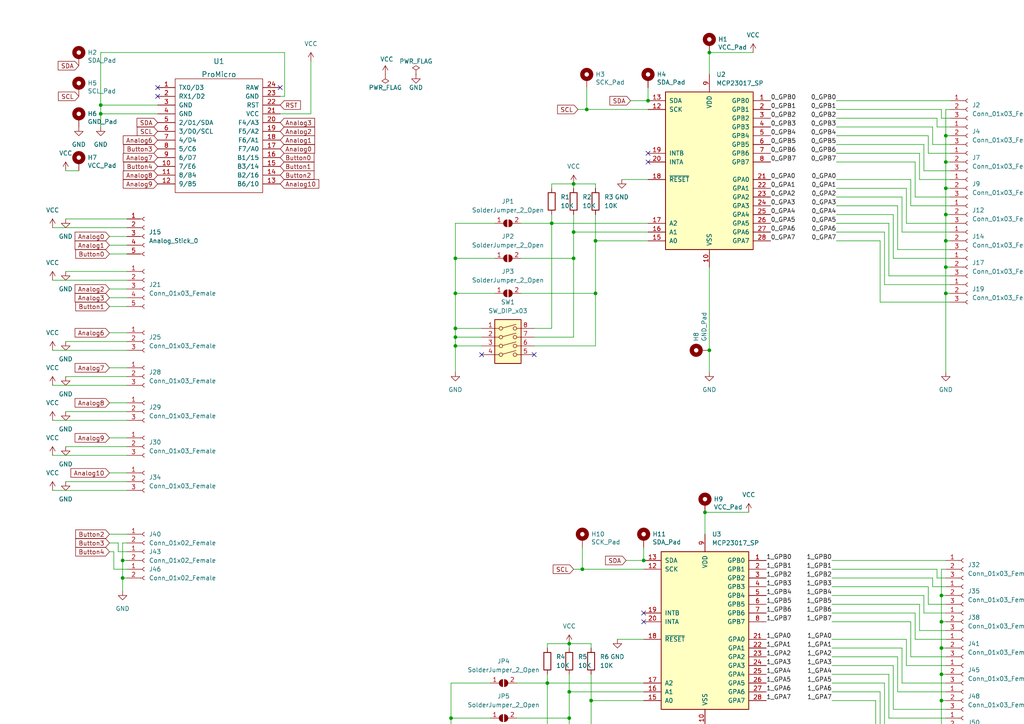
<source format=kicad_sch>
(kicad_sch (version 20211123) (generator eeschema)
  (paper "A4")
  (junction (at 274.32 77.47))
  (junction (at 204.47 148.59))
  (junction (at 339.09 46.99))
  (junction (at 35.56 162.56))
  (junction (at 165.1 300.99))
  (junction (at 337.82 180.34))
  (junction (at 166.37 74.93))
  (junction (at 130.81 332.74))
  (junction (at 132.08 85.09))
  (junction (at 337.82 355.6))
  (junction (at 337.82 340.36))
  (junction (at 337.82 325.12))
  (junction (at 337.82 309.88))
  (junction (at 274.32 39.37))
  (junction (at 337.82 210.82))
  (junction (at 339.09 62.23))
  (junction (at 166.37 53.34))
  (junction (at 205.74 15.24))
  (junction (at 274.32 54.61))
  (junction (at 130.81 342.9))
  (junction (at 186.69 162.56))
  (junction (at 339.09 107.95))
  (junction (at 166.37 67.31))
  (junction (at 132.08 95.25))
  (junction (at 204.47 234.95))
  (junction (at 130.81 322.58))
  (junction (at 165.1 200.66))
  (junction (at 273.05 203.2))
  (junction (at 339.09 82.55))
  (junction (at 273.05 309.88))
  (junction (at 35.56 167.64))
  (junction (at 273.05 210.82))
  (junction (at 339.09 77.47))
  (junction (at 337.82 190.5))
  (junction (at 171.45 218.44))
  (junction (at 339.09 52.07))
  (junction (at 274.32 85.09))
  (junction (at 130.81 231.14))
  (junction (at 158.75 198.12))
  (junction (at 186.69 276.86))
  (junction (at 205.74 101.6))
  (junction (at 273.05 302.26))
  (junction (at 273.05 317.5))
  (junction (at 337.82 200.66))
  (junction (at 274.32 69.85))
  (junction (at 29.21 33.02))
  (junction (at 273.05 180.34))
  (junction (at 130.81 208.28))
  (junction (at 132.08 74.93))
  (junction (at 132.08 100.33))
  (junction (at 337.82 294.64))
  (junction (at 160.02 64.77))
  (junction (at 337.82 360.68))
  (junction (at 337.82 299.72))
  (junction (at 130.81 228.6))
  (junction (at 168.91 279.4))
  (junction (at 273.05 287.02))
  (junction (at 337.82 335.28))
  (junction (at 170.18 31.75))
  (junction (at 337.82 236.22))
  (junction (at 132.08 97.79))
  (junction (at 337.82 246.38))
  (junction (at 337.82 330.2))
  (junction (at 337.82 185.42))
  (junction (at 339.09 87.63))
  (junction (at 337.82 345.44))
  (junction (at 337.82 175.26))
  (junction (at 339.09 97.79))
  (junction (at 165.1 186.69))
  (junction (at 339.09 92.71))
  (junction (at 337.82 195.58))
  (junction (at 337.82 241.3))
  (junction (at 204.47 349.25))
  (junction (at 337.82 231.14))
  (junction (at 337.82 289.56))
  (junction (at 273.05 187.96))
  (junction (at 273.05 294.64))
  (junction (at 171.45 317.5))
  (junction (at 158.75 312.42))
  (junction (at 187.96 29.21))
  (junction (at 337.82 220.98))
  (junction (at 337.82 170.18))
  (junction (at 273.05 325.12))
  (junction (at 29.21 30.48))
  (junction (at 273.05 332.74))
  (junction (at 130.81 347.98))
  (junction (at 165.1 208.28))
  (junction (at 337.82 304.8))
  (junction (at 172.72 85.09))
  (junction (at 168.91 165.1))
  (junction (at 337.82 226.06))
  (junction (at 171.45 332.74))
  (junction (at 339.09 102.87))
  (junction (at 339.09 36.83))
  (junction (at 171.45 203.2))
  (junction (at 274.32 46.99))
  (junction (at 274.32 62.23))
  (junction (at 273.05 172.72))
  (junction (at 273.05 218.44))
  (junction (at 130.81 345.44))
  (junction (at 165.1 314.96))
  (junction (at 165.1 322.58))
  (junction (at 339.09 113.03))
  (junction (at 273.05 195.58))
  (junction (at 339.09 41.91))
  (junction (at 337.82 350.52))
  (junction (at 337.82 284.48))
  (junction (at 337.82 215.9))
  (junction (at 172.72 69.85))
  (junction (at 130.81 233.68))
  (junction (at 337.82 314.96))
  (junction (at 130.81 218.44))
  (junction (at 339.09 67.31))
  (junction (at 339.09 57.15))
  (junction (at 204.47 262.89))
  (no_connect (at 154.94 102.87))
  (no_connect (at 81.28 25.4))
  (no_connect (at 186.69 177.8))
  (no_connect (at 186.69 292.1))
  (no_connect (at 186.69 294.64))
  (no_connect (at 186.69 180.34))
  (no_connect (at 139.7 102.87))
  (no_connect (at 153.67 236.22))
  (no_connect (at 138.43 350.52))
  (no_connect (at 138.43 236.22))
  (no_connect (at 187.96 44.45))
  (no_connect (at 45.72 25.4))
  (no_connect (at 153.67 350.52))
  (no_connect (at 45.72 27.94))
  (no_connect (at 187.96 46.99))
  (wire (pts (xy 132.08 100.33) (xy 132.08 97.79)))
  (wire (pts (xy 130.81 347.98) (xy 130.81 345.44)))
  (wire (pts (xy 336.55 165.1) (xy 336.55 167.64)))
  (wire (pts (xy 339.09 223.52) (xy 323.85 223.52)))
  (wire (pts (xy 326.39 302.26) (xy 314.96 302.26)))
  (wire (pts (xy 166.37 74.93) (xy 151.13 74.93)))
  (wire (pts (xy 274.32 39.37) (xy 274.32 31.75)))
  (wire (pts (xy 260.35 72.39) (xy 260.35 59.69)))
  (wire (pts (xy 241.3 294.64) (xy 264.16 294.64)))
  (wire (pts (xy 337.82 246.38) (xy 337.82 257.81)))
  (wire (pts (xy 327.66 299.72) (xy 327.66 322.58)))
  (wire (pts (xy 339.09 57.15) (xy 339.09 62.23)))
  (wire (pts (xy 217.17 148.59) (xy 204.47 148.59)))
  (wire (pts (xy 241.3 312.42) (xy 256.54 312.42)))
  (wire (pts (xy 326.39 327.66) (xy 339.09 327.66)))
  (wire (pts (xy 270.51 41.91) (xy 275.59 41.91)))
  (wire (pts (xy 242.57 64.77) (xy 257.81 64.77)))
  (wire (pts (xy 242.57 59.69) (xy 260.35 59.69)))
  (wire (pts (xy 332.74 182.88) (xy 332.74 172.72)))
  (wire (pts (xy 334.01 39.37) (xy 316.23 39.37)))
  (wire (pts (xy 337.82 350.52) (xy 337.82 355.6)))
  (wire (pts (xy 275.59 74.93) (xy 259.08 74.93)))
  (wire (pts (xy 31.75 106.68) (xy 36.83 106.68)))
  (wire (pts (xy 165.1 231.14) (xy 153.67 231.14)))
  (wire (pts (xy 29.21 36.83) (xy 29.21 33.02)))
  (wire (pts (xy 269.24 284.48) (xy 269.24 289.56)))
  (wire (pts (xy 327.66 185.42) (xy 327.66 208.28)))
  (wire (pts (xy 314.96 317.5) (xy 318.77 317.5)))
  (wire (pts (xy 273.05 34.29) (xy 275.59 34.29)))
  (wire (pts (xy 323.85 193.04) (xy 314.96 193.04)))
  (wire (pts (xy 255.27 69.85) (xy 255.27 87.63)))
  (wire (pts (xy 270.51 170.18) (xy 270.51 167.64)))
  (wire (pts (xy 339.09 355.6) (xy 337.82 355.6)))
  (wire (pts (xy 19.05 109.22) (xy 36.83 109.22)))
  (wire (pts (xy 339.09 107.95) (xy 339.09 113.03)))
  (wire (pts (xy 171.45 300.99) (xy 171.45 302.26)))
  (wire (pts (xy 337.82 195.58) (xy 337.82 200.66)))
  (wire (pts (xy 160.02 95.25) (xy 160.02 64.77)))
  (wire (pts (xy 241.3 314.96) (xy 255.27 314.96)))
  (wire (pts (xy 130.81 231.14) (xy 130.81 228.6)))
  (wire (pts (xy 165.1 302.26) (xy 165.1 300.99)))
  (wire (pts (xy 337.82 299.72) (xy 337.82 294.64)))
  (wire (pts (xy 328.93 312.42) (xy 339.09 312.42)))
  (wire (pts (xy 336.55 279.4) (xy 336.55 281.94)))
  (wire (pts (xy 337.82 220.98) (xy 337.82 226.06)))
  (wire (pts (xy 256.54 198.12) (xy 256.54 213.36)))
  (wire (pts (xy 318.77 203.2) (xy 318.77 243.84)))
  (wire (pts (xy 165.1 314.96) (xy 165.1 322.58)))
  (wire (pts (xy 168.91 158.75) (xy 168.91 165.1)))
  (wire (pts (xy 314.96 304.8) (xy 325.12 304.8)))
  (wire (pts (xy 334.01 292.1) (xy 339.09 292.1)))
  (wire (pts (xy 330.2 292.1) (xy 330.2 307.34)))
  (wire (pts (xy 274.32 215.9) (xy 255.27 215.9)))
  (wire (pts (xy 271.78 165.1) (xy 271.78 167.64)))
  (wire (pts (xy 254 203.2) (xy 254 220.98)))
  (wire (pts (xy 138.43 342.9) (xy 130.81 342.9)))
  (wire (pts (xy 274.32 85.09) (xy 274.32 107.95)))
  (wire (pts (xy 33.02 160.02) (xy 31.75 160.02)))
  (wire (pts (xy 339.09 340.36) (xy 337.82 340.36)))
  (wire (pts (xy 241.3 162.56) (xy 274.32 162.56)))
  (wire (pts (xy 337.82 355.6) (xy 337.82 360.68)))
  (wire (pts (xy 241.3 172.72) (xy 267.97 172.72)))
  (wire (pts (xy 242.57 36.83) (xy 270.51 36.83)))
  (wire (pts (xy 339.09 102.87) (xy 339.09 107.95)))
  (wire (pts (xy 172.72 69.85) (xy 172.72 85.09)))
  (wire (pts (xy 339.09 231.14) (xy 337.82 231.14)))
  (wire (pts (xy 204.47 148.59) (xy 204.47 154.94)))
  (wire (pts (xy 327.66 322.58) (xy 339.09 322.58)))
  (wire (pts (xy 165.1 186.69) (xy 171.45 186.69)))
  (wire (pts (xy 130.81 342.9) (xy 130.81 332.74)))
  (wire (pts (xy 275.59 69.85) (xy 274.32 69.85)))
  (wire (pts (xy 331.47 175.26) (xy 331.47 187.96)))
  (wire (pts (xy 316.23 64.77) (xy 322.58 64.77)))
  (wire (pts (xy 336.55 34.29) (xy 316.23 34.29)))
  (wire (pts (xy 168.91 273.05) (xy 168.91 279.4)))
  (wire (pts (xy 320.04 314.96) (xy 320.04 353.06)))
  (wire (pts (xy 31.75 137.16) (xy 36.83 137.16)))
  (wire (pts (xy 153.67 342.9) (xy 158.75 342.9)))
  (wire (pts (xy 339.09 284.48) (xy 337.82 284.48)))
  (wire (pts (xy 339.09 297.18) (xy 332.74 297.18)))
  (wire (pts (xy 255.27 330.2) (xy 255.27 314.96)))
  (wire (pts (xy 314.96 175.26) (xy 331.47 175.26)))
  (wire (pts (xy 339.09 228.6) (xy 322.58 228.6)))
  (wire (pts (xy 241.3 203.2) (xy 254 203.2)))
  (wire (pts (xy 171.45 332.74) (xy 171.45 347.98)))
  (wire (pts (xy 339.09 82.55) (xy 339.09 87.63)))
  (wire (pts (xy 34.29 160.02) (xy 36.83 160.02)))
  (wire (pts (xy 340.36 57.15) (xy 339.09 57.15)))
  (wire (pts (xy 242.57 57.15) (xy 261.62 57.15)))
  (wire (pts (xy 186.69 299.72) (xy 179.07 299.72)))
  (wire (pts (xy 339.09 246.38) (xy 337.82 246.38)))
  (wire (pts (xy 257.81 64.77) (xy 257.81 80.01)))
  (wire (pts (xy 326.39 187.96) (xy 326.39 213.36)))
  (wire (pts (xy 171.45 332.74) (xy 149.86 332.74)))
  (wire (pts (xy 130.81 218.44) (xy 142.24 218.44)))
  (wire (pts (xy 320.04 314.96) (xy 314.96 314.96)))
  (wire (pts (xy 328.93 294.64) (xy 328.93 312.42)))
  (wire (pts (xy 170.18 31.75) (xy 187.96 31.75)))
  (wire (pts (xy 241.3 198.12) (xy 256.54 198.12)))
  (wire (pts (xy 165.1 208.28) (xy 165.1 231.14)))
  (wire (pts (xy 332.74 172.72) (xy 314.96 172.72)))
  (wire (pts (xy 335.28 36.83) (xy 335.28 44.45)))
  (wire (pts (xy 314.96 165.1) (xy 336.55 165.1)))
  (wire (pts (xy 321.31 198.12) (xy 321.31 233.68)))
  (wire (pts (xy 271.78 167.64) (xy 274.32 167.64)))
  (wire (pts (xy 337.82 31.75) (xy 337.82 34.29)))
  (wire (pts (xy 262.89 307.34) (xy 274.32 307.34)))
  (wire (pts (xy 269.24 175.26) (xy 274.32 175.26)))
  (wire (pts (xy 339.09 236.22) (xy 337.82 236.22)))
  (wire (pts (xy 273.05 287.02) (xy 273.05 279.4)))
  (wire (pts (xy 274.32 180.34) (xy 273.05 180.34)))
  (wire (pts (xy 334.01 177.8) (xy 339.09 177.8)))
  (wire (pts (xy 241.3 302.26) (xy 261.62 302.26)))
  (wire (pts (xy 337.82 294.64) (xy 339.09 294.64)))
  (wire (pts (xy 266.7 289.56) (xy 266.7 297.18)))
  (wire (pts (xy 171.45 233.68) (xy 153.67 233.68)))
  (wire (pts (xy 82.55 27.94) (xy 81.28 27.94)))
  (wire (pts (xy 255.27 215.9) (xy 255.27 200.66)))
  (wire (pts (xy 314.96 180.34) (xy 328.93 180.34)))
  (wire (pts (xy 334.01 170.18) (xy 334.01 177.8)))
  (wire (pts (xy 273.05 165.1) (xy 274.32 165.1)))
  (wire (pts (xy 337.82 236.22) (xy 337.82 241.3)))
  (wire (pts (xy 314.96 162.56) (xy 339.09 162.56)))
  (wire (pts (xy 242.57 54.61) (xy 262.89 54.61)))
  (wire (pts (xy 273.05 218.44) (xy 273.05 210.82)))
  (wire (pts (xy 326.39 57.15) (xy 326.39 85.09)))
  (wire (pts (xy 241.3 317.5) (xy 254 317.5)))
  (wire (pts (xy 261.62 198.12) (xy 261.62 187.96)))
  (wire (pts (xy 264.16 304.8) (xy 274.32 304.8)))
  (wire (pts (xy 339.09 233.68) (xy 321.31 233.68)))
  (wire (pts (xy 339.09 195.58) (xy 337.82 195.58)))
  (wire (pts (xy 241.3 284.48) (xy 269.24 284.48)))
  (wire (pts (xy 322.58 309.88) (xy 314.96 309.88)))
  (wire (pts (xy 15.24 142.24) (xy 36.83 142.24)))
  (wire (pts (xy 330.2 64.77) (xy 340.36 64.77)))
  (wire (pts (xy 316.23 36.83) (xy 335.28 36.83)))
  (wire (pts (xy 186.69 158.75) (xy 186.69 162.56)))
  (wire (pts (xy 335.28 172.72) (xy 335.28 167.64)))
  (wire (pts (xy 19.05 119.38) (xy 36.83 119.38)))
  (wire (pts (xy 339.09 353.06) (xy 320.04 353.06)))
  (wire (pts (xy 132.08 64.77) (xy 132.08 74.93)))
  (wire (pts (xy 15.24 121.92) (xy 36.83 121.92)))
  (wire (pts (xy 337.82 279.4) (xy 337.82 284.48)))
  (wire (pts (xy 273.05 210.82) (xy 273.05 203.2)))
  (wire (pts (xy 19.05 99.06) (xy 36.83 99.06)))
  (wire (pts (xy 314.96 289.56) (xy 331.47 289.56)))
  (wire (pts (xy 340.36 62.23) (xy 339.09 62.23)))
  (wire (pts (xy 138.43 345.44) (xy 130.81 345.44)))
  (wire (pts (xy 31.75 127) (xy 36.83 127)))
  (wire (pts (xy 274.32 287.02) (xy 273.05 287.02)))
  (wire (pts (xy 166.37 67.31) (xy 166.37 74.93)))
  (wire (pts (xy 19.05 63.5) (xy 36.83 63.5)))
  (wire (pts (xy 273.05 332.74) (xy 273.05 355.6)))
  (wire (pts (xy 337.82 284.48) (xy 337.82 289.56)))
  (wire (pts (xy 340.36 36.83) (xy 339.09 36.83)))
  (wire (pts (xy 336.55 281.94) (xy 339.09 281.94)))
  (wire (pts (xy 323.85 307.34) (xy 314.96 307.34)))
  (wire (pts (xy 31.75 88.9) (xy 36.83 88.9)))
  (wire (pts (xy 274.32 284.48) (xy 270.51 284.48)))
  (wire (pts (xy 339.09 218.44) (xy 325.12 218.44)))
  (wire (pts (xy 160.02 53.34) (xy 160.02 54.61)))
  (wire (pts (xy 31.75 68.58) (xy 36.83 68.58)))
  (wire (pts (xy 241.3 167.64) (xy 270.51 167.64)))
  (wire (pts (xy 254 335.28) (xy 274.32 335.28)))
  (wire (pts (xy 340.36 85.09) (xy 326.39 85.09)))
  (wire (pts (xy 334.01 284.48) (xy 334.01 292.1)))
  (wire (pts (xy 274.32 187.96) (xy 273.05 187.96)))
  (wire (pts (xy 204.47 325.12) (xy 204.47 349.25)))
  (wire (pts (xy 35.56 171.45) (xy 35.56 167.64)))
  (wire (pts (xy 160.02 64.77) (xy 151.13 64.77)))
  (wire (pts (xy 275.59 54.61) (xy 274.32 54.61)))
  (wire (pts (xy 254 220.98) (xy 274.32 220.98)))
  (wire (pts (xy 242.57 41.91) (xy 267.97 41.91)))
  (wire (pts (xy 337.82 340.36) (xy 337.82 345.44)))
  (wire (pts (xy 142.24 198.12) (xy 130.81 198.12)))
  (wire (pts (xy 241.3 281.94) (xy 270.51 281.94)))
  (wire (pts (xy 242.57 44.45) (xy 266.7 44.45)))
  (wire (pts (xy 274.32 292.1) (xy 267.97 292.1)))
  (wire (pts (xy 339.09 304.8) (xy 337.82 304.8)))
  (wire (pts (xy 90.17 33.02) (xy 81.28 33.02)))
  (wire (pts (xy 274.32 317.5) (xy 273.05 317.5)))
  (wire (pts (xy 274.32 195.58) (xy 273.05 195.58)))
  (wire (pts (xy 266.7 297.18) (xy 274.32 297.18)))
  (wire (pts (xy 336.55 167.64) (xy 339.09 167.64)))
  (wire (pts (xy 340.36 49.53) (xy 334.01 49.53)))
  (wire (pts (xy 165.1 186.69) (xy 158.75 186.69)))
  (wire (pts (xy 138.43 233.68) (xy 130.81 233.68)))
  (wire (pts (xy 15.24 81.28) (xy 36.83 81.28)))
  (wire (pts (xy 339.09 190.5) (xy 337.82 190.5)))
  (wire (pts (xy 217.17 262.89) (xy 204.47 262.89)))
  (wire (pts (xy 153.67 228.6) (xy 158.75 228.6)))
  (wire (pts (xy 340.36 59.69) (xy 331.47 59.69)))
  (wire (pts (xy 130.81 322.58) (xy 130.81 332.74)))
  (wire (pts (xy 270.51 284.48) (xy 270.51 281.94)))
  (wire (pts (xy 267.97 177.8) (xy 267.97 172.72)))
  (wire (pts (xy 334.01 49.53) (xy 334.01 39.37)))
  (wire (pts (xy 339.09 307.34) (xy 330.2 307.34)))
  (wire (pts (xy 130.81 208.28) (xy 130.81 218.44)))
  (wire (pts (xy 274.32 330.2) (xy 255.27 330.2)))
  (wire (pts (xy 142.24 322.58) (xy 130.81 322.58)))
  (wire (pts (xy 132.08 85.09) (xy 143.51 85.09)))
  (wire (pts (xy 337.82 314.96) (xy 337.82 325.12)))
  (wire (pts (xy 273.05 31.75) (xy 273.05 34.29)))
  (wire (pts (xy 328.93 198.12) (xy 339.09 198.12)))
  (wire (pts (xy 274.32 325.12) (xy 273.05 325.12)))
  (wire (pts (xy 339.09 92.71) (xy 339.09 97.79)))
  (wire (pts (xy 339.09 46.99) (xy 340.36 46.99)))
  (wire (pts (xy 165.1 322.58) (xy 165.1 345.44)))
  (wire (pts (xy 340.36 95.25) (xy 323.85 95.25)))
  (wire (pts (xy 15.24 111.76) (xy 36.83 111.76)))
  (wire (pts (xy 242.57 34.29) (xy 271.78 34.29)))
  (wire (pts (xy 339.09 241.3) (xy 337.82 241.3)))
  (wire (pts (xy 19.05 49.53) (xy 22.86 49.53)))
  (wire (pts (xy 274.32 85.09) (xy 274.32 77.47)))
  (wire (pts (xy 331.47 289.56) (xy 331.47 302.26)))
  (wire (pts (xy 205.74 15.24) (xy 205.74 21.59)))
  (wire (pts (xy 186.69 273.05) (xy 186.69 276.86)))
  (wire (pts (xy 138.43 228.6) (xy 130.81 228.6)))
  (wire (pts (xy 15.24 66.04) (xy 36.83 66.04)))
  (wire (pts (xy 171.45 317.5) (xy 171.45 309.88)))
  (wire (pts (xy 82.55 15.24) (xy 82.55 27.94)))
  (wire (pts (xy 242.57 46.99) (xy 265.43 46.99)))
  (wire (pts (xy 274.32 177.8) (xy 267.97 177.8)))
  (wire (pts (xy 337.82 241.3) (xy 337.82 246.38)))
  (wire (pts (xy 332.74 297.18) (xy 332.74 287.02)))
  (wire (pts (xy 181.61 276.86) (xy 186.69 276.86)))
  (wire (pts (xy 337.82 185.42) (xy 337.82 180.34)))
  (wire (pts (xy 269.24 289.56) (xy 274.32 289.56)))
  (wire (pts (xy 130.81 228.6) (xy 130.81 218.44)))
  (wire (pts (xy 275.59 85.09) (xy 274.32 85.09)))
  (wire (pts (xy 160.02 62.23) (xy 160.02 64.77)))
  (wire (pts (xy 314.96 276.86) (xy 339.09 276.86)))
  (wire (pts (xy 337.82 309.88) (xy 337.82 314.96)))
  (wire (pts (xy 271.78 281.94) (xy 274.32 281.94)))
  (wire (pts (xy 241.3 185.42) (xy 262.89 185.42)))
  (wire (pts (xy 241.3 309.88) (xy 257.81 309.88)))
  (wire (pts (xy 337.82 165.1) (xy 339.09 165.1)))
  (wire (pts (xy 327.66 208.28) (xy 339.09 208.28)))
  (wire (pts (xy 35.56 157.48) (xy 35.56 162.56)))
  (wire (pts (xy 339.09 170.18) (xy 337.82 170.18)))
  (wire (pts (xy 337.82 226.06) (xy 337.82 231.14)))
  (wire (pts (xy 274.32 309.88) (xy 273.05 309.88)))
  (wire (pts (xy 339.09 36.83) (xy 339.09 41.91)))
  (wire (pts (xy 339.09 330.2) (xy 337.82 330.2)))
  (wire (pts (xy 204.47 349.25) (xy 204.47 355.6)))
  (wire (pts (xy 274.32 54.61) (xy 274.32 46.99)))
  (wire (pts (xy 321.31 312.42) (xy 321.31 347.98)))
  (wire (pts (xy 331.47 187.96) (xy 339.09 187.96)))
  (wire (pts (xy 31.75 86.36) (xy 36.83 86.36)))
  (wire (pts (xy 165.1 195.58) (xy 165.1 200.66)))
  (wire (pts (xy 241.3 276.86) (xy 274.32 276.86)))
  (wire (pts (xy 172.72 100.33) (xy 154.94 100.33)))
  (wire (pts (xy 339.09 332.74) (xy 325.12 332.74)))
  (wire (pts (xy 340.36 82.55) (xy 339.09 82.55)))
  (wire (pts (xy 339.09 113.03) (xy 339.09 124.46)))
  (wire (pts (xy 257.81 322.58) (xy 257.81 309.88)))
  (wire (pts (xy 254 317.5) (xy 254 335.28)))
  (wire (pts (xy 321.31 67.31) (xy 316.23 67.31)))
  (wire (pts (xy 266.7 52.07) (xy 266.7 44.45)))
  (wire (pts (xy 139.7 97.79) (xy 132.08 97.79)))
  (wire (pts (xy 337.82 190.5) (xy 337.82 195.58)))
  (wire (pts (xy 266.7 175.26) (xy 266.7 182.88)))
  (wire (pts (xy 326.39 302.26) (xy 326.39 327.66)))
  (wire (pts (xy 205.74 77.47) (xy 205.74 101.6)))
  (wire (pts (xy 241.3 307.34) (xy 259.08 307.34)))
  (wire (pts (xy 29.21 30.48) (xy 45.72 30.48)))
  (wire (pts (xy 339.09 31.75) (xy 339.09 36.83)))
  (wire (pts (xy 337.82 231.14) (xy 337.82 236.22)))
  (wire (pts (xy 15.24 101.6) (xy 36.83 101.6)))
  (wire (pts (xy 340.36 41.91) (xy 339.09 41.91)))
  (wire (pts (xy 242.57 62.23) (xy 259.08 62.23)))
  (wire (pts (xy 242.57 31.75) (xy 273.05 31.75)))
  (wire (pts (xy 186.69 185.42) (xy 179.07 185.42)))
  (wire (pts (xy 323.85 62.23) (xy 316.23 62.23)))
  (wire (pts (xy 274.32 203.2) (xy 273.05 203.2)))
  (wire (pts (xy 321.31 67.31) (xy 321.31 105.41)))
  (wire (pts (xy 339.09 309.88) (xy 337.82 309.88)))
  (wire (pts (xy 171.45 203.2) (xy 171.45 218.44)))
  (wire (pts (xy 265.43 299.72) (xy 265.43 292.1)))
  (wire (pts (xy 340.36 52.07) (xy 339.09 52.07)))
  (wire (pts (xy 339.09 193.04) (xy 330.2 193.04)))
  (wire (pts (xy 241.3 195.58) (xy 257.81 195.58)))
  (wire (pts (xy 328.93 74.93) (xy 340.36 74.93)))
  (wire (pts (xy 339.09 31.75) (xy 340.36 31.75)))
  (wire (pts (xy 339.09 243.84) (xy 318.77 243.84)))
  (wire (pts (xy 337.82 180.34) (xy 339.09 180.34)))
  (wire (pts (xy 165.1 208.28) (xy 149.86 208.28)))
  (wire (pts (xy 181.61 162.56) (xy 186.69 162.56)))
  (wire (pts (xy 15.24 132.08) (xy 36.83 132.08)))
  (wire (pts (xy 340.36 77.47) (xy 339.09 77.47)))
  (wire (pts (xy 316.23 46.99) (xy 330.2 46.99)))
  (wire (pts (xy 339.09 360.68) (xy 337.82 360.68)))
  (wire (pts (xy 187.96 25.4) (xy 187.96 29.21)))
  (wire (pts (xy 262.89 193.04) (xy 274.32 193.04)))
  (wire (pts (xy 90.17 17.78) (xy 90.17 33.02)))
  (wire (pts (xy 130.81 198.12) (xy 130.81 208.28)))
  (wire (pts (xy 337.82 360.68) (xy 337.82 372.11)))
  (wire (pts (xy 273.05 294.64) (xy 273.05 287.02)))
  (wire (pts (xy 339.09 210.82) (xy 337.82 210.82)))
  (wire (pts (xy 274.32 31.75) (xy 275.59 31.75)))
  (wire (pts (xy 339.09 175.26) (xy 337.82 175.26)))
  (wire (pts (xy 326.39 213.36) (xy 339.09 213.36)))
  (wire (pts (xy 165.1 200.66) (xy 165.1 208.28)))
  (wire (pts (xy 339.09 345.44) (xy 337.82 345.44)))
  (wire (pts (xy 260.35 304.8) (xy 260.35 314.96)))
  (wire (pts (xy 165.1 309.88) (xy 165.1 314.96)))
  (wire (pts (xy 314.96 185.42) (xy 327.66 185.42)))
  (wire (pts (xy 339.09 52.07) (xy 339.09 46.99)))
  (wire (pts (xy 335.28 281.94) (xy 314.96 281.94)))
  (wire (pts (xy 130.81 241.3) (xy 130.81 233.68)))
  (wire (pts (xy 314.96 284.48) (xy 334.01 284.48)))
  (wire (pts (xy 172.72 85.09) (xy 151.13 85.09)))
  (wire (pts (xy 332.74 54.61) (xy 340.36 54.61)))
  (wire (pts (xy 260.35 200.66) (xy 274.32 200.66)))
  (wire (pts (xy 165.1 345.44) (xy 153.67 345.44)))
  (wire (pts (xy 158.75 198.12) (xy 149.86 198.12)))
  (wire (pts (xy 31.75 157.48) (xy 34.29 157.48)))
  (wire (pts (xy 36.83 165.1) (xy 33.02 165.1)))
  (wire (pts (xy 320.04 200.66) (xy 314.96 200.66)))
  (wire (pts (xy 274.32 210.82) (xy 273.05 210.82)))
  (wire (pts (xy 242.57 52.07) (xy 264.16 52.07)))
  (wire (pts (xy 31.75 154.94) (xy 36.83 154.94)))
  (wire (pts (xy 339.09 350.52) (xy 337.82 350.52)))
  (wire (pts (xy 328.93 180.34) (xy 328.93 198.12)))
  (wire (pts (xy 314.96 294.64) (xy 328.93 294.64)))
  (wire (pts (xy 274.32 62.23) (xy 274.32 54.61)))
  (wire (pts (xy 269.24 170.18) (xy 269.24 175.26)))
  (wire (pts (xy 262.89 185.42) (xy 262.89 193.04)))
  (wire (pts (xy 323.85 223.52) (xy 323.85 193.04)))
  (wire (pts (xy 158.75 300.99) (xy 158.75 302.26)))
  (wire (pts (xy 172.72 69.85) (xy 172.72 62.23)))
  (wire (pts (xy 273.05 195.58) (xy 273.05 187.96)))
  (wire (pts (xy 267.97 292.1) (xy 267.97 287.02)))
  (wire (pts (xy 335.28 287.02) (xy 335.28 281.94)))
  (wire (pts (xy 274.32 302.26) (xy 273.05 302.26)))
  (wire (pts (xy 340.36 100.33) (xy 322.58 100.33)))
  (wire (pts (xy 274.32 198.12) (xy 261.62 198.12)))
  (wire (pts (xy 274.32 46.99) (xy 274.32 39.37)))
  (wire (pts (xy 274.32 172.72) (xy 273.05 172.72)))
  (wire (pts (xy 316.23 41.91) (xy 332.74 41.91)))
  (wire (pts (xy 340.36 87.63) (xy 339.09 87.63)))
  (wire (pts (xy 259.08 74.93) (xy 259.08 62.23)))
  (wire (pts (xy 167.64 31.75) (xy 170.18 31.75)))
  (wire (pts (xy 320.04 200.66) (xy 320.04 238.76)))
  (wire (pts (xy 241.3 289.56) (xy 266.7 289.56)))
  (wire (pts (xy 242.57 69.85) (xy 255.27 69.85)))
  (wire (pts (xy 35.56 167.64) (xy 36.83 167.64)))
  (wire (pts (xy 19.05 139.7) (xy 36.83 139.7)))
  (wire (pts (xy 271.78 36.83) (xy 271.78 34.29)))
  (wire (pts (xy 132.08 107.95) (xy 132.08 100.33)))
  (wire (pts (xy 320.04 69.85) (xy 320.04 110.49)))
  (wire (pts (xy 172.72 69.85) (xy 187.96 69.85)))
  (wire (pts (xy 330.2 292.1) (xy 314.96 292.1)))
  (wire (pts (xy 31.75 71.12) (xy 36.83 71.12)))
  (wire (pts (xy 168.91 279.4) (xy 186.69 279.4)))
  (wire (pts (xy 325.12 190.5) (xy 325.12 218.44)))
  (wire (pts (xy 241.3 177.8) (xy 265.43 177.8)))
  (wire (pts (xy 337.82 345.44) (xy 337.82 350.52)))
  (wire (pts (xy 339.09 358.14) (xy 318.77 358.14)))
  (wire (pts (xy 172.72 53.34) (xy 172.72 54.61)))
  (wire (pts (xy 255.27 87.63) (xy 275.59 87.63)))
  (wire (pts (xy 19.05 129.54) (xy 36.83 129.54)))
  (wire (pts (xy 242.57 29.21) (xy 275.59 29.21)))
  (wire (pts (xy 337.82 210.82) (xy 337.82 215.9)))
  (wire (pts (xy 340.36 90.17) (xy 325.12 90.17)))
  (wire (pts (xy 241.3 175.26) (xy 266.7 175.26)))
  (wire (pts (xy 259.08 320.04) (xy 259.08 307.34)))
  (wire (pts (xy 339.09 238.76) (xy 320.04 238.76)))
  (wire (pts (xy 274.32 320.04) (xy 259.08 320.04)))
  (wire (pts (xy 275.59 46.99) (xy 274.32 46.99)))
  (wire (pts (xy 337.82 200.66) (xy 337.82 210.82)))
  (wire (pts (xy 314.96 299.72) (xy 327.66 299.72)))
  (wire (pts (xy 337.82 299.72) (xy 337.82 304.8)))
  (wire (pts (xy 143.51 64.77) (xy 132.08 64.77)))
  (wire (pts (xy 339.09 314.96) (xy 337.82 314.96)))
  (wire (pts (xy 165.1 187.96) (xy 165.1 186.69)))
  (wire (pts (xy 261.62 67.31) (xy 275.59 67.31)))
  (wire (pts (xy 339.09 220.98) (xy 337.82 220.98)))
  (wire (pts (xy 158.75 312.42) (xy 186.69 312.42)))
  (wire (pts (xy 337.82 34.29) (xy 340.36 34.29)))
  (wire (pts (xy 130.81 312.42) (xy 130.81 322.58)))
  (wire (pts (xy 339.09 67.31) (xy 339.09 77.47)))
  (wire (pts (xy 168.91 165.1) (xy 186.69 165.1)))
  (wire (pts (xy 273.05 279.4) (xy 274.32 279.4)))
  (wire (pts (xy 242.57 67.31) (xy 256.54 67.31)))
  (wire (pts (xy 262.89 64.77) (xy 262.89 54.61)))
  (wire (pts (xy 204.47 234.95) (xy 204.47 241.3)))
  (wire (pts (xy 266.7 182.88) (xy 274.32 182.88)))
  (wire (pts (xy 274.32 218.44) (xy 273.05 218.44)))
  (wire (pts (xy 274.32 69.85) (xy 274.32 62.23)))
  (wire (pts (xy 275.59 39.37) (xy 274.32 39.37)))
  (wire (pts (xy 337.82 304.8) (xy 337.82 309.88)))
  (wire (pts (xy 314.96 279.4) (xy 336.55 279.4)))
  (wire (pts (xy 158.75 309.88) (xy 158.75 312.42)))
  (wire (pts (xy 339.09 52.07) (xy 339.09 57.15)))
  (wire (pts (xy 339.09 87.63) (xy 339.09 92.71)))
  (wire (pts (xy 339.09 337.82) (xy 323.85 337.82)))
  (wire (pts (xy 273.05 172.72) (xy 273.05 165.1)))
  (wire (pts (xy 241.3 193.04) (xy 259.08 193.04)))
  (wire (pts (xy 165.1 300.99) (xy 158.75 300.99)))
  (wire (pts (xy 132.08 74.93) (xy 132.08 85.09)))
  (wire (pts (xy 330.2 46.99) (xy 330.2 64.77)))
  (wire (pts (xy 36.83 162.56) (xy 35.56 162.56)))
  (wire (pts (xy 340.36 113.03) (xy 339.09 113.03)))
  (wire (pts (xy 337.82 279.4) (xy 339.09 279.4)))
  (wire (pts (xy 264.16 190.5) (xy 274.32 190.5)))
  (wire (pts (xy 327.66 54.61) (xy 327.66 80.01)))
  (wire (pts (xy 340.36 110.49) (xy 320.04 110.49)))
  (wire (pts (xy 323.85 62.23) (xy 323.85 95.25)))
  (wire (pts (xy 322.58 309.88) (xy 322.58 342.9)))
  (wire (pts (xy 154.94 95.25) (xy 160.02 95.25)))
  (wire (pts (xy 259.08 205.74) (xy 259.08 193.04)))
  (wire (pts (xy 274.32 205.74) (xy 259.08 205.74)))
  (wire (pts (xy 337.82 335.28) (xy 337.82 340.36)))
  (wire (pts (xy 241.3 187.96) (xy 261.62 187.96)))
  (wire (pts (xy 327.66 54.61) (xy 316.23 54.61)))
  (wire (pts (xy 158.75 312.42) (xy 149.86 312.42)))
  (wire (pts (xy 166.37 165.1) (xy 168.91 165.1)))
  (wire (pts (xy 323.85 337.82) (xy 323.85 307.34)))
  (wire (pts (xy 182.88 29.21) (xy 187.96 29.21)))
  (wire (pts (xy 171.45 347.98) (xy 153.67 347.98)))
  (wire (pts (xy 166.37 53.34) (xy 172.72 53.34)))
  (wire (pts (xy 318.77 317.5) (xy 318.77 358.14)))
  (wire (pts (xy 257.81 208.28) (xy 257.81 195.58)))
  (wire (pts (xy 166.37 97.79) (xy 154.94 97.79)))
  (wire (pts (xy 264.16 52.07) (xy 264.16 59.69)))
  (wire (pts (xy 336.55 39.37) (xy 336.55 34.29)))
  (wire (pts (xy 316.23 69.85) (xy 320.04 69.85)))
  (wire (pts (xy 337.82 325.12) (xy 337.82 330.2)))
  (wire (pts (xy 171.45 317.5) (xy 171.45 332.74)))
  (wire (pts (xy 267.97 41.91) (xy 267.97 49.53)))
  (wire (pts (xy 171.45 186.69) (xy 171.45 187.96)))
  (wire (pts (xy 241.3 287.02) (xy 267.97 287.02)))
  (wire (pts (xy 275.59 44.45) (xy 269.24 44.45)))
  (wire (pts (xy 331.47 44.45) (xy 331.47 59.69)))
  (wire (pts (xy 29.21 30.48) (xy 29.21 15.24)))
  (wire (pts (xy 316.23 57.15) (xy 326.39 57.15)))
  (wire (pts (xy 337.82 170.18) (xy 337.82 175.26)))
  (wire (pts (xy 256.54 213.36) (xy 274.32 213.36)))
  (wire (pts (xy 339.09 325.12) (xy 337.82 325.12)))
  (wire (pts (xy 31.75 83.82) (xy 36.83 83.82)))
  (wire (pts (xy 241.3 299.72) (xy 262.89 299.72)))
  (wire (pts (xy 33.02 165.1) (xy 33.02 160.02)))
  (wire (pts (xy 241.3 170.18) (xy 269.24 170.18)))
  (wire (pts (xy 142.24 208.28) (xy 130.81 208.28)))
  (wire (pts (xy 339.09 226.06) (xy 337.82 226.06)))
  (wire (pts (xy 256.54 312.42) (xy 256.54 327.66)))
  (wire (pts (xy 275.59 62.23) (xy 274.32 62.23)))
  (wire (pts (xy 340.36 102.87) (xy 339.09 102.87)))
  (wire (pts (xy 339.09 62.23) (xy 339.09 67.31)))
  (wire (pts (xy 170.18 25.4) (xy 170.18 31.75)))
  (wire (pts (xy 325.12 90.17) (xy 325.12 59.69)))
  (wire (pts (xy 322.58 64.77) (xy 322.58 100.33)))
  (wire (pts (xy 45.72 33.02) (xy 29.21 33.02)))
  (wire (pts (xy 322.58 195.58) (xy 314.96 195.58)))
  (wire (pts (xy 274.32 170.18) (xy 270.51 170.18)))
  (wire (pts (xy 275.59 77.47) (xy 274.32 77.47)))
  (wire (pts (xy 29.21 33.02) (xy 29.21 30.48)))
  (wire (pts (xy 158.75 342.9) (xy 158.75 312.42)))
  (wire (pts (xy 19.05 78.74) (xy 36.83 78.74)))
  (wire (pts (xy 187.96 52.07) (xy 180.34 52.07)))
  (wire (pts (xy 260.35 190.5) (xy 260.35 200.66)))
  (wire (pts (xy 339.09 200.66) (xy 337.82 200.66)))
  (wire (pts (xy 337.82 165.1) (xy 337.82 170.18)))
  (wire (pts (xy 265.43 185.42) (xy 265.43 177.8)))
  (wire (pts (xy 34.29 157.48) (xy 34.29 160.02)))
  (wire (pts (xy 273.05 218.44) (xy 273.05 241.3)))
  (wire (pts (xy 165.1 314.96) (xy 186.69 314.96)))
  (wire (pts (xy 314.96 190.5) (xy 325.12 190.5)))
  (wire (pts (xy 31.75 116.84) (xy 36.83 116.84)))
  (wire (pts (xy 257.81 80.01) (xy 275.59 80.01)))
  (wire (pts (xy 130.81 355.6) (xy 130.81 347.98)))
  (wire (pts (xy 273.05 325.12) (xy 273.05 317.5)))
  (wire (pts (xy 340.36 67.31) (xy 339.09 67.31)))
  (wire (pts (xy 339.09 289.56) (xy 337.82 289.56)))
  (wire (pts (xy 339.09 335.28) (xy 337.82 335.28)))
  (wire (pts (xy 256.54 82.55) (xy 256.54 67.31)))
  (wire (pts (xy 138.43 231.14) (xy 130.81 231.14)))
  (wire (pts (xy 271.78 279.4) (xy 271.78 281.94)))
  (wire (pts (xy 275.59 82.55) (xy 256.54 82.55)))
  (wire (pts (xy 274.32 312.42) (xy 261.62 312.42)))
  (wire (pts (xy 165.1 322.58) (xy 149.86 322.58)))
  (wire (pts (xy 166.37 54.61) (xy 166.37 53.34)))
  (wire (pts (xy 314.96 203.2) (xy 318.77 203.2)))
  (wire (pts (xy 339.09 41.91) (xy 339.09 46.99)))
  (wire (pts (xy 132.08 97.79) (xy 132.08 95.25)))
  (wire (pts (xy 205.74 101.6) (xy 205.74 107.95)))
  (wire (pts (xy 142.24 312.42) (xy 130.81 312.42)))
  (wire (pts (xy 261.62 312.42) (xy 261.62 302.26)))
  (wire (pts (xy 29.21 15.24) (xy 82.55 15.24)))
  (wire (pts (xy 339.09 299.72) (xy 337.82 299.72)))
  (wire (pts (xy 171.45 203.2) (xy 186.69 203.2)))
  (wire (pts (xy 130.81 332.74) (xy 142.24 332.74)))
  (wire (pts (xy 335.28 44.45) (xy 340.36 44.45)))
  (wire (pts (xy 339.09 347.98) (xy 321.31 347.98)))
  (wire (pts (xy 267.97 49.53) (xy 275.59 49.53)))
  (wire (pts (xy 166.37 74.93) (xy 166.37 97.79)))
  (wire (pts (xy 158.75 228.6) (xy 158.75 198.12)))
  (wire (pts (xy 274.32 185.42) (xy 265.43 185.42)))
  (wire (pts (xy 158.75 198.12) (xy 186.69 198.12)))
  (wire (pts (xy 273.05 332.74) (xy 273.05 325.12)))
  (wire (pts (xy 138.43 347.98) (xy 130.81 347.98)))
  (wire (pts (xy 314.96 170.18) (xy 334.01 170.18)))
  (wire (pts (xy 275.59 36.83) (xy 271.78 36.83)))
  (wire (pts (xy 158.75 186.69) (xy 158.75 187.96)))
  (wire (pts (xy 241.3 304.8) (xy 260.35 304.8)))
  (wire (pts (xy 340.36 39.37) (xy 336.55 39.37)))
  (wire (pts (xy 332.74 287.02) (xy 314.96 287.02)))
  (wire (pts (xy 316.23 29.21) (xy 340.36 29.21)))
  (wire (pts (xy 241.3 165.1) (xy 271.78 165.1)))
  (wire (pts (xy 265.43 57.15) (xy 275.59 57.15)))
  (wire (pts (xy 171.45 203.2) (xy 171.45 195.58)))
  (wire (pts (xy 337.82 330.2) (xy 337.82 335.28)))
  (wire (pts (xy 218.44 15.24) (xy 205.74 15.24)))
  (wire (pts (xy 330.2 177.8) (xy 330.2 193.04)))
  (wire (pts (xy 340.36 105.41) (xy 321.31 105.41)))
  (wire (pts (xy 31.75 96.52) (xy 36.83 96.52)))
  (wire (pts (xy 139.7 100.33) (xy 132.08 100.33)))
  (wire (pts (xy 273.05 187.96) (xy 273.05 180.34)))
  (wire (pts (xy 325.12 59.69) (xy 316.23 59.69)))
  (wire (pts (xy 261.62 57.15) (xy 261.62 67.31)))
  (wire (pts (xy 337.82 185.42) (xy 337.82 190.5)))
  (wire (pts (xy 132.08 95.25) (xy 132.08 85.09)))
  (wire (pts (xy 35.56 162.56) (xy 35.56 167.64)))
  (wire (pts (xy 332.74 41.91) (xy 332.74 54.61)))
  (wire (pts (xy 130.81 345.44) (xy 130.81 342.9)))
  (wire (pts (xy 339.09 287.02) (xy 335.28 287.02)))
  (wire (pts (xy 314.96 312.42) (xy 321.31 312.42)))
  (wire (pts (xy 241.3 279.4) (xy 271.78 279.4)))
  (wire (pts (xy 165.1 200.66) (xy 186.69 200.66)))
  (wire (pts (xy 143.51 74.93) (xy 132.08 74.93)))
  (wire (pts (xy 160.02 64.77) (xy 187.96 64.77)))
  (wire (pts (xy 273.05 317.5) (xy 273.05 309.88)))
  (wire (pts (xy 166.37 53.34) (xy 160.02 53.34)))
  (wire (pts (xy 270.51 36.83) (xy 270.51 41.91)))
  (wire (pts (xy 275.59 64.77) (xy 262.89 64.77)))
  (wire (pts (xy 262.89 299.72) (xy 262.89 307.34)))
  (wire (pts (xy 171.45 218.44) (xy 149.86 218.44)))
  (wire (pts (xy 171.45 317.5) (xy 186.69 317.5)))
  (wire (pts (xy 340.36 107.95) (xy 339.09 107.95)))
  (wire (pts (xy 339.09 342.9) (xy 322.58 342.9)))
  (wire (pts (xy 330.2 177.8) (xy 314.96 177.8)))
  (wire (pts (xy 264.16 294.64) (xy 264.16 304.8)))
  (wire (pts (xy 260.35 314.96) (xy 274.32 314.96)))
  (wire (pts (xy 269.24 44.45) (xy 269.24 39.37)))
  (wire (pts (xy 166.37 279.4) (xy 168.91 279.4)))
  (wire (pts (xy 335.28 167.64) (xy 314.96 167.64)))
  (wire (pts (xy 172.72 85.09) (xy 172.72 100.33)))
  (wire (pts (xy 339.09 185.42) (xy 337.82 185.42)))
  (wire (pts (xy 339.09 97.79) (xy 339.09 102.87)))
  (wire (pts (xy 242.57 39.37) (xy 269.24 39.37)))
  (wire (pts (xy 327.66 80.01) (xy 340.36 80.01)))
  (wire (pts (xy 273.05 302.26) (xy 273.05 294.64)))
  (wire (pts (xy 241.3 190.5) (xy 260.35 190.5)))
  (wire (pts (xy 166.37 67.31) (xy 187.96 67.31)))
  (wire (pts (xy 165.1 300.99) (xy 171.45 300.99)))
  (wire (pts (xy 274.32 208.28) (xy 257.81 208.28)))
  (wire (pts (xy 322.58 195.58) (xy 322.58 228.6)))
  (wire (pts (xy 328.93 52.07) (xy 328.93 74.93)))
  (wire (pts (xy 337.82 175.26) (xy 337.82 180.34)))
  (wire (pts (xy 331.47 302.26) (xy 339.09 302.26)))
  (wire (pts (xy 31.75 73.66) (xy 36.83 73.66)))
  (wire (pts (xy 36.83 157.48) (xy 35.56 157.48)))
  (wire (pts (xy 337.82 289.56) (xy 337.82 294.64)))
  (wire (pts (xy 339.09 182.88) (xy 332.74 182.88)))
  (wire (pts (xy 256.54 327.66) (xy 274.32 327.66)))
  (wire (pts (xy 274.32 322.58) (xy 257.81 322.58)))
  (wire (pts (xy 273.05 203.2) (xy 273.05 195.58)))
  (wire (pts (xy 265.43 46.99) (xy 265.43 57.15)))
  (wire (pts (xy 204.47 262.89) (xy 204.47 269.24)))
  (wire (pts (xy 326.39 187.96) (xy 314.96 187.96)))
  (wire (pts (xy 339.09 172.72) (xy 335.28 172.72)))
  (wire (pts (xy 273.05 309.88) (xy 273.05 302.26)))
  (wire (pts (xy 337.82 215.9) (xy 337.82 220.98)))
  (wire (pts (xy 139.7 95.25) (xy 132.08 95.25)))
  (wire (pts (xy 275.59 52.07) (xy 266.7 52.07)))
  (wire (pts (xy 275.59 72.39) (xy 260.35 72.39)))
  (wire (pts (xy 339.09 215.9) (xy 337.82 215.9)))
  (wire (pts (xy 331.47 44.45) (xy 316.23 44.45)))
  (wire (pts (xy 325.12 304.8) (xy 325.12 332.74)))
  (wire (pts (xy 241.3 292.1) (xy 265.43 292.1)))
  (wire (pts (xy 339.09 77.47) (xy 339.09 82.55)))
  (wire (pts (xy 241.3 180.34) (xy 264.16 180.34)))
  (wire (pts (xy 130.81 233.68) (xy 130.81 231.14)))
  (wire (pts (xy 274.32 294.64) (xy 273.05 294.64)))
  (wire (pts (xy 171.45 218.44) (xy 171.45 233.68)))
  (wire (pts (xy 274.32 299.72) (xy 265.43 299.72)))
  (wire (pts (xy 264.16 180.34) (xy 264.16 190.5)))
  (wire (pts (xy 264.16 59.69) (xy 275.59 59.69)))
  (wire (pts (xy 314.96 198.12) (xy 321.31 198.12)))
  (wire (pts (xy 316.23 52.07) (xy 328.93 52.07)))
  (wire (pts (xy 273.05 180.34) (xy 273.05 172.72)))
  (wire (pts (xy 340.36 92.71) (xy 339.09 92.71)))
  (wire (pts (xy 274.32 332.74) (xy 273.05 332.74)))
  (wire (pts (xy 204.47 210.82) (xy 204.47 234.95)))
  (wire (pts (xy 158.75 195.58) (xy 158.75 198.12)))
  (wire (pts (xy 166.37 62.23) (xy 166.37 67.31)))
  (wire (pts (xy 274.32 77.47) (xy 274.32 69.85)))
  (wire (pts (xy 340.36 97.79) (xy 339.09 97.79)))
  (wire (pts (xy 241.3 200.66) (xy 255.27 200.66)))
  (wire (pts (xy 316.23 31.75) (xy 337.82 31.75)))
  (label "1_GPB0" (at 222.25 162.56 0))
  (label "1_GPB6" (at 314.96 177.8 180))
  (label "1_GPA4" (at 222.25 195.58 0))
  (label "1_GPB1" (at 314.96 165.1 180))
  (label "0_GPB5" (at 242.57 41.91 180))
  (label "2_GPB0" (at 314.96 276.86 180))
  (label "0_GPB2" (at 223.52 34.29 0))
  (label "1_GPB6" (at 241.3 177.8 180))
  (label "0_GPB2" (at 242.57 34.29 180))
  (label "0_GPB1" (at 223.52 31.75 0))
  (label "1_GPA6" (at 222.25 200.66 0))
  (label "2_GPA2" (at 222.25 304.8 0))
  (label "1_GPA0" (at 314.96 185.42 180))
  (label "1_GPB4" (at 241.3 172.72 180))
  (label "1_GPB2" (at 222.25 167.64 0))
  (label "0_GPB1" (at 316.23 31.75 180))
  (label "2_GPA4" (at 314.96 309.88 180))
  (label "2_GPB5" (at 241.3 289.56 180))
  (label "2_GPB4" (at 314.96 287.02 180))
  (label "2_GPA7" (at 241.3 317.5 180))
  (label "2_GPA1" (at 241.3 302.26 180))
  (label "1_GPA5" (at 314.96 198.12 180))
  (label "0_GPA0" (at 223.52 52.07 0))
  (label "2_GPA1" (at 314.96 302.26 180))
  (label "1_GPB5" (at 241.3 175.26 180))
  (label "2_GPB4" (at 241.3 287.02 180))
  (label "1_GPA4" (at 241.3 195.58 180))
  (label "1_GPB4" (at 222.25 172.72 0))
  (label "1_GPB7" (at 314.96 180.34 180))
  (label "2_GPB0" (at 241.3 276.86 180))
  (label "1_GPB5" (at 314.96 175.26 180))
  (label "1_GPA1" (at 222.25 187.96 0))
  (label "2_GPB2" (at 314.96 281.94 180))
  (label "0_GPA4" (at 316.23 62.23 180))
  (label "2_GPB1" (at 241.3 279.4 180))
  (label "1_GPB7" (at 222.25 180.34 0))
  (label "0_GPB6" (at 316.23 44.45 180))
  (label "1_GPA2" (at 241.3 190.5 180))
  (label "2_GPA0" (at 241.3 299.72 180))
  (label "1_GPB3" (at 314.96 170.18 180))
  (label "0_GPA3" (at 316.23 59.69 180))
  (label "2_GPA1" (at 222.25 302.26 0))
  (label "1_GPB6" (at 222.25 177.8 0))
  (label "1_GPA1" (at 314.96 187.96 180))
  (label "1_GPA7" (at 241.3 203.2 180))
  (label "1_GPB1" (at 241.3 165.1 180))
  (label "1_GPA3" (at 222.25 193.04 0))
  (label "0_GPB0" (at 223.52 29.21 0))
  (label "0_GPB6" (at 242.57 44.45 180))
  (label "0_GPA2" (at 242.57 57.15 180))
  (label "0_GPB7" (at 223.52 46.99 0))
  (label "0_GPA5" (at 316.23 64.77 180))
  (label "2_GPB2" (at 222.25 281.94 0))
  (label "2_GPB3" (at 222.25 284.48 0))
  (label "2_GPB7" (at 314.96 294.64 180))
  (label "0_GPB0" (at 242.57 29.21 180))
  (label "0_GPA0" (at 316.23 52.07 180))
  (label "0_GPA2" (at 316.23 57.15 180))
  (label "2_GPA6" (at 222.25 314.96 0))
  (label "0_GPB2" (at 316.23 34.29 180))
  (label "0_GPA2" (at 223.52 57.15 0))
  (label "2_GPA2" (at 241.3 304.8 180))
  (label "2_GPA4" (at 241.3 309.88 180))
  (label "2_GPA7" (at 314.96 317.5 180))
  (label "2_GPA5" (at 241.3 312.42 180))
  (label "0_GPA5" (at 223.52 64.77 0))
  (label "2_GPA2" (at 314.96 304.8 180))
  (label "2_GPA4" (at 222.25 309.88 0))
  (label "0_GPA1" (at 242.57 54.61 180))
  (label "0_GPB3" (at 316.23 36.83 180))
  (label "2_GPA5" (at 222.25 312.42 0))
  (label "0_GPB1" (at 242.57 31.75 180))
  (label "2_GPB7" (at 222.25 294.64 0))
  (label "1_GPB0" (at 314.96 162.56 180))
  (label "0_GPA3" (at 242.57 59.69 180))
  (label "2_GPB3" (at 241.3 284.48 180))
  (label "0_GPB6" (at 223.52 44.45 0))
  (label "2_GPB2" (at 241.3 281.94 180))
  (label "2_GPB1" (at 222.25 279.4 0))
  (label "1_GPB5" (at 222.25 175.26 0))
  (label "1_GPA3" (at 241.3 193.04 180))
  (label "0_GPA4" (at 242.57 62.23 180))
  (label "0_GPB4" (at 242.57 39.37 180))
  (label "2_GPB4" (at 222.25 287.02 0))
  (label "2_GPB6" (at 241.3 292.1 180))
  (label "2_GPB6" (at 222.25 292.1 0))
  (label "2_GPA6" (at 314.96 314.96 180))
  (label "2_GPB0" (at 222.25 276.86 0))
  (label "0_GPA1" (at 223.52 54.61 0))
  (label "2_GPA0" (at 314.96 299.72 180))
  (label "2_GPB7" (at 241.3 294.64 180))
  (label "2_GPA3" (at 314.96 307.34 180))
  (label "1_GPB3" (at 222.25 170.18 0))
  (label "1_GPB0" (at 241.3 162.56 180))
  (label "1_GPA7" (at 222.25 203.2 0))
  (label "0_GPA0" (at 242.57 52.07 180))
  (label "2_GPA3" (at 222.25 307.34 0))
  (label "1_GPA2" (at 314.96 190.5 180))
  (label "0_GPB5" (at 223.52 41.91 0))
  (label "2_GPB3" (at 314.96 284.48 180))
  (label "1_GPA3" (at 314.96 193.04 180))
  (label "2_GPA6" (at 241.3 314.96 180))
  (label "0_GPB0" (at 316.23 29.21 180))
  (label "2_GPB5" (at 222.25 289.56 0))
  (label "0_GPA6" (at 223.52 67.31 0))
  (label "1_GPA2" (at 222.25 190.5 0))
  (label "2_GPB1" (at 314.96 279.4 180))
  (label "0_GPA6" (at 242.57 67.31 180))
  (label "0_GPB4" (at 223.52 39.37 0))
  (label "0_GPA5" (at 242.57 64.77 180))
  (label "1_GPA5" (at 222.25 198.12 0))
  (label "1_GPB3" (at 241.3 170.18 180))
  (label "1_GPB7" (at 241.3 180.34 180))
  (label "1_GPA5" (at 241.3 198.12 180))
  (label "2_GPA7" (at 222.25 317.5 0))
  (label "1_GPA6" (at 241.3 200.66 180))
  (label "0_GPB3" (at 242.57 36.83 180))
  (label "0_GPA4" (at 223.52 62.23 0))
  (label "1_GPA7" (at 314.96 203.2 180))
  (label "0_GPB5" (at 316.23 41.91 180))
  (label "1_GPB1" (at 222.25 165.1 0))
  (label "0_GPA3" (at 223.52 59.69 0))
  (label "0_GPA7" (at 316.23 69.85 180))
  (label "2_GPB6" (at 314.96 292.1 180))
  (label "2_GPA0" (at 222.25 299.72 0))
  (label "1_GPB2" (at 241.3 167.64 180))
  (label "2_GPA5" (at 314.96 312.42 180))
  (label "0_GPA7" (at 223.52 69.85 0))
  (label "0_GPA1" (at 316.23 54.61 180))
  (label "1_GPA6" (at 314.96 200.66 180))
  (label "0_GPB7" (at 242.57 46.99 180))
  (label "1_GPB2" (at 314.96 167.64 180))
  (label "0_GPB4" (at 316.23 39.37 180))
  (label "1_GPB4" (at 314.96 172.72 180))
  (label "1_GPA0" (at 222.25 185.42 0))
  (label "0_GPA7" (at 242.57 69.85 180))
  (label "2_GPB5" (at 314.96 289.56 180))
  (label "0_GPA6" (at 316.23 67.31 180))
  (label "0_GPB7" (at 316.23 46.99 180))
  (label "1_GPA1" (at 241.3 187.96 180))
  (label "1_GPA4" (at 314.96 195.58 180))
  (label "1_GPA0" (at 241.3 185.42 180))
  (label "2_GPA3" (at 241.3 307.34 180))
  (label "0_GPB3" (at 223.52 36.83 0))
  (global_label "Analog6" (shape input) (at 45.72 40.64 180) (property "Intersheet References" "${INTERSHEET_REFS}" (effects hide)))
  (global_label "Analog7" (shape input) (at 45.72 45.72 180) (property "Intersheet References" "${INTERSHEET_REFS}" (effects hide)))
  (global_label "SCL" (shape input) (at 45.72 38.1 180) (property "Intersheet References" "${INTERSHEET_REFS}" (effects hide)))
  (global_label "Analog8" (shape input) (at 31.75 116.84 180) (property "Intersheet References" "${INTERSHEET_REFS}" (effects hide)))
  (global_label "Analog9" (shape input) (at 45.72 53.34 180) (property "Intersheet References" "${INTERSHEET_REFS}" (effects hide)))
  (global_label "Analog0" (shape input) (at 31.75 68.58 180) (property "Intersheet References" "${INTERSHEET_REFS}" (effects hide)))
  (global_label "Button4" (shape input) (at 45.72 48.26 180) (property "Intersheet References" "${INTERSHEET_REFS}" (effects hide)))
  (global_label "Analog8" (shape input) (at 45.72 50.8 180) (property "Intersheet References" "${INTERSHEET_REFS}" (effects hide)))
  (global_label "Button0" (shape input) (at 81.28 45.72 0) (property "Intersheet References" "${INTERSHEET_REFS}" (effects hide)))
  (global_label "Button3" (shape input) (at 45.72 43.18 180) (property "Intersheet References" "${INTERSHEET_REFS}" (effects hide)))
  (global_label "Button3" (shape input) (at 31.75 157.48 180) (property "Intersheet References" "${INTERSHEET_REFS}" (effects hide)))
  (global_label "Button4" (shape input) (at 31.75 160.02 180) (property "Intersheet References" "${INTERSHEET_REFS}" (effects hide)))
  (global_label "SCL" (shape input) (at 166.37 165.1 180) (property "Intersheet References" "${INTERSHEET_REFS}" (effects hide)))
  (global_label "SDA" (shape input) (at 181.61 276.86 180) (property "Intersheet References" "${INTERSHEET_REFS}" (effects hide)))
  (global_label "Analog9" (shape input) (at 31.75 127 180) (property "Intersheet References" "${INTERSHEET_REFS}" (effects hide)))
  (global_label "Analog3" (shape input) (at 81.28 35.56 0) (property "Intersheet References" "${INTERSHEET_REFS}" (effects hide)))
  (global_label "SDA" (shape input) (at 181.61 162.56 180) (property "Intersheet References" "${INTERSHEET_REFS}" (effects hide)))
  (global_label "SDA" (shape input) (at 45.72 35.56 180) (property "Intersheet References" "${INTERSHEET_REFS}" (effects hide)))
  (global_label "Button2" (shape input) (at 31.75 154.94 180) (property "Intersheet References" "${INTERSHEET_REFS}" (effects hide)))
  (global_label "Analog6" (shape input) (at 31.75 96.52 180) (property "Intersheet References" "${INTERSHEET_REFS}" (effects hide)))
  (global_label "Analog1" (shape input) (at 31.75 71.12 180) (property "Intersheet References" "${INTERSHEET_REFS}" (effects hide)))
  (global_label "Analog1" (shape input) (at 81.28 40.64 0) (property "Intersheet References" "${INTERSHEET_REFS}" (effects hide)))
  (global_label "Analog0" (shape input) (at 81.28 43.18 0) (property "Intersheet References" "${INTERSHEET_REFS}" (effects hide)))
  (global_label "RST" (shape input) (at 81.28 30.48 0) (property "Intersheet References" "${INTERSHEET_REFS}" (effects hide)))
  (global_label "Analog2" (shape input) (at 81.28 38.1 0) (property "Intersheet References" "${INTERSHEET_REFS}" (effects hide)))
  (global_label "SCL" (shape input) (at 167.64 31.75 180) (property "Intersheet References" "${INTERSHEET_REFS}" (effects hide)))
  (global_label "SDA" (shape input) (at 182.88 29.21 180) (property "Intersheet References" "${INTERSHEET_REFS}" (effects hide)))
  (global_label "Button0" (shape input) (at 31.75 73.66 180) (property "Intersheet References" "${INTERSHEET_REFS}" (effects hide)))
  (global_label "Analog10" (shape input) (at 81.28 53.34 0) (property "Intersheet References" "${INTERSHEET_REFS}" (effects hide)))
  (global_label "SCL" (shape input) (at 166.37 279.4 180) (property "Intersheet References" "${INTERSHEET_REFS}" (effects hide)))
  (global_label "SDA" (shape input) (at 22.86 19.05 180) (property "Intersheet References" "${INTERSHEET_REFS}" (effects hide)))
  (global_label "Analog10" (shape input) (at 31.75 137.16 180) (property "Intersheet References" "${INTERSHEET_REFS}" (effects hide)))
  (global_label "Analog3" (shape input) (at 31.75 86.36 180) (property "Intersheet References" "${INTERSHEET_REFS}" (effects hide)))
  (global_label "Analog2" (shape input) (at 31.75 83.82 180) (property "Intersheet References" "${INTERSHEET_REFS}" (effects hide)))
  (global_label "SCL" (shape input) (at 22.86 27.94 180) (property "Intersheet References" "${INTERSHEET_REFS}" (effects hide)))
  (global_label "Button2" (shape input) (at 81.28 50.8 0) (property "Intersheet References" "${INTERSHEET_REFS}" (effects hide)))
  (global_label "Button1" (shape input) (at 31.75 88.9 180) (property "Intersheet References" "${INTERSHEET_REFS}" (effects hide)))
  (global_label "Analog7" (shape input) (at 31.75 106.68 180) (property "Intersheet References" "${INTERSHEET_REFS}" (effects hide)))
  (global_label "Button1" (shape input) (at 81.28 48.26 0) (property "Intersheet References" "${INTERSHEET_REFS}" (effects hide)))
  (symbol (lib_id "Connector:Conn_01x03_Female") (at 280.67 54.61 0) (unit 1)
    (property "Reference" "J9" (at 281.94 53.3399 0) (effects (justify left)))
    (property "Value" "Conn_01x03_Female" (at 281.94 55.8799 0) (effects (justify left)))
    (property "Footprint" "Connector_JST:JST_XH_B3B-XH-A_1x03_P2.50mm_Vertical" (effects hide))
  )
  (symbol (lib_id "Connector:Conn_01x02_Female") (at 344.17 302.26 0) (unit 1)
    (property "Reference" "J68" (at 345.44 302.2599 0) (effects (justify left)))
    (property "Value" "Conn_01x02_Female" (at 345.44 304.7999 0) (effects (justify left)))
    (property "Footprint" "Connector_JST:JST_PH_B2B-PH-K_1x02_P2.00mm_Vertical" (effects hide))
  )
  (symbol (lib_id "kbd:ProMicro") (at 63.5 39.37 0) (unit 1)
    (property "Reference" "U1" (at 63.5 17.78 0) (effects (font (size 1.524 1.524))))
    (property "Value" "ProMicro" (at 63.5 21.59 0) (effects (font (size 1.524 1.524))))
    (property "Footprint" "Keebio-Parts:ArduinoProMicro-ZigZag" (effects hide))
  )
  (symbol (lib_id "Connector:Conn_01x02_Female") (at 344.17 182.88 0) (unit 1)
    (property "Reference" "J39" (at 345.44 182.8799 0) (effects (justify left)))
    (property "Value" "Conn_01x02_Female" (at 345.44 185.4199 0) (effects (justify left)))
    (property "Footprint" "Connector_JST:JST_PH_B2B-PH-K_1x02_P2.00mm_Vertical" (effects hide))
  )
  (symbol (lib_id "Connector:Conn_01x02_Female") (at 344.17 172.72 0) (unit 1)
    (property "Reference" "J36" (at 345.44 172.7199 0) (effects (justify left)))
    (property "Value" "Conn_01x02_Female" (at 345.44 175.2599 0) (effects (justify left)))
    (property "Footprint" "Connector_JST:JST_PH_B2B-PH-K_1x02_P2.00mm_Vertical" (effects hide))
  )
  (symbol (lib_id "power:VCC") (at 15.24 121.92 0) (unit 1)
    (property "Reference" "#PWR0118" (effects hide))
    (property "Value" "VCC" (at 15.24 116.84 0))
  )
  (symbol (lib_id "power:GND") (at 204.47 241.3 0) (unit 1)
    (property "Reference" "#PWR0134" (effects hide))
    (property "Value" "GND" (at 204.47 246.38 0))
  )
  (symbol (lib_id "Connector:Conn_01x02_Female") (at 344.17 353.06 0) (unit 1)
    (property "Reference" "J81" (at 345.44 353.0599 0) (effects (justify left)))
    (property "Value" "Conn_01x02_Female" (at 345.44 355.5999 0) (effects (justify left)))
    (property "Footprint" "Connector_JST:JST_PH_B2B-PH-K_1x02_P2.00mm_Vertical" (effects hide))
  )
  (symbol (lib_id "Mechanical:MountingHole_Pad") (at 201.93 234.95 90) (unit 1)
    (property "Reference" "H12" (at 200.6346 232.41 0) (effects (justify left)))
    (property "Value" "GND_Pad" (at 202.946 232.41 0) (effects (justify left)))
    (property "Footprint" "xipher_footprint:1pin_conn" (effects hide))
  )
  (symbol (lib_id "Mechanical:MountingHole_Pad") (at 168.91 156.21 0) (unit 1)
    (property "Reference" "H10" (at 171.45 154.9146 0) (effects (justify left)))
    (property "Value" "SCK_Pad" (at 171.45 157.226 0) (effects (justify left)))
    (property "Footprint" "xipher_footprint:1pin_conn" (effects hide))
  )
  (symbol (lib_id "Mechanical:MountingHole_Pad") (at 187.96 22.86 0) (unit 1)
    (property "Reference" "H4" (at 190.5 21.5646 0) (effects (justify left)))
    (property "Value" "SDA_Pad" (at 190.5 23.876 0) (effects (justify left)))
    (property "Footprint" "xipher_footprint:1pin_conn" (effects hide))
  )
  (symbol (lib_id "Connector:Conn_01x03_Female") (at 41.91 139.7 0) (unit 1)
    (property "Reference" "J34" (at 43.18 138.4299 0) (effects (justify left)))
    (property "Value" "Conn_01x03_Female" (at 43.18 140.9699 0) (effects (justify left)))
    (property "Footprint" "Connector_JST:JST_XH_B3B-XH-A_1x03_P2.50mm_Vertical" (effects hide))
  )
  (symbol (lib_id "power:VCC") (at 166.37 53.34 0) (unit 1)
    (property "Reference" "#PWR0103" (effects hide))
    (property "Value" "VCC" (at 166.37 48.26 0))
  )
  (symbol (lib_id "Connector:Conn_01x02_Female") (at 344.17 342.9 0) (unit 1)
    (property "Reference" "J79" (at 345.44 342.8999 0) (effects (justify left)))
    (property "Value" "Conn_01x02_Female" (at 345.44 345.4399 0) (effects (justify left)))
    (property "Footprint" "Connector_JST:JST_PH_B2B-PH-K_1x02_P2.00mm_Vertical" (effects hide))
  )
  (symbol (lib_id "power:VCC") (at 19.05 49.53 0) (unit 1)
    (property "Reference" "#PWR0128" (effects hide))
    (property "Value" "VCC" (at 19.05 44.45 0))
  )
  (symbol (lib_id "Mechanical:MountingHole_Pad") (at 203.2 101.6 90) (unit 1)
    (property "Reference" "H8" (at 201.9046 99.06 0) (effects (justify left)))
    (property "Value" "GND_Pad" (at 204.216 99.06 0) (effects (justify left)))
    (property "Footprint" "xipher_footprint:1pin_conn" (effects hide))
  )
  (symbol (lib_id "Connector:Conn_01x03_Female") (at 279.4 180.34 0) (unit 1)
    (property "Reference" "J38" (at 280.67 179.0699 0) (effects (justify left)))
    (property "Value" "Conn_01x03_Female" (at 280.67 181.6099 0) (effects (justify left)))
    (property "Footprint" "Connector_JST:JST_XH_B3B-XH-A_1x03_P2.50mm_Vertical" (effects hide))
  )
  (symbol (lib_id "Connector:Conn_01x03_Female") (at 279.4 165.1 0) (unit 1)
    (property "Reference" "J32" (at 280.67 163.8299 0) (effects (justify left)))
    (property "Value" "Conn_01x03_Female" (at 280.67 166.3699 0) (effects (justify left)))
    (property "Footprint" "Connector_JST:JST_XH_B3B-XH-A_1x03_P2.50mm_Vertical" (effects hide))
  )
  (symbol (lib_id "Connector:Conn_01x03_Female") (at 279.4 302.26 0) (unit 1)
    (property "Reference" "J67" (at 280.67 300.9899 0) (effects (justify left)))
    (property "Value" "Conn_01x03_Female" (at 280.67 303.5299 0) (effects (justify left)))
    (property "Footprint" "Connector_JST:JST_XH_B3B-XH-A_1x03_P2.50mm_Vertical" (effects hide))
  )
  (symbol (lib_id "Mechanical:MountingHole_Pad") (at 204.47 146.05 0) (unit 1)
    (property "Reference" "H9" (at 207.01 144.7546 0) (effects (justify left)))
    (property "Value" "VCC_Pad" (at 207.01 147.066 0) (effects (justify left)))
    (property "Footprint" "xipher_footprint:1pin_conn" (effects hide))
  )
  (symbol (lib_id "Connector:Conn_01x02_Female") (at 344.17 281.94 0) (unit 1)
    (property "Reference" "J61" (at 345.44 281.9399 0) (effects (justify left)))
    (property "Value" "Conn_01x02_Female" (at 345.44 284.4799 0) (effects (justify left)))
    (property "Footprint" "Connector_JST:JST_PH_B2B-PH-K_1x02_P2.00mm_Vertical" (effects hide))
  )
  (symbol (lib_id "power:GND") (at 180.34 52.07 0) (unit 1)
    (property "Reference" "#PWR0124" (effects hide))
    (property "Value" "GND" (at 180.34 57.15 0))
  )
  (symbol (lib_id "Connector:Conn_01x02_Female") (at 344.17 218.44 0) (unit 1)
    (property "Reference" "J53" (at 345.44 218.4399 0) (effects (justify left)))
    (property "Value" "Conn_01x02_Female" (at 345.44 220.9799 0) (effects (justify left)))
    (property "Footprint" "Connector_JST:JST_PH_B2B-PH-K_1x02_P2.00mm_Vertical" (effects hide))
  )
  (symbol (lib_id "power:GND") (at 120.65 21.59 0) (unit 1)
    (property "Reference" "#PWR0125" (effects hide))
    (property "Value" "GND" (at 120.65 25.4 0))
  )
  (symbol (lib_id "Mechanical:MountingHole_Pad") (at 22.86 46.99 0) (unit 1)
    (property "Reference" "H7" (at 25.4 45.6946 0) (effects (justify left)))
    (property "Value" "VCC_Pad" (at 25.4 48.006 0) (effects (justify left)))
    (property "Footprint" "xipher_footprint:1pin_conn" (effects hide))
  )
  (symbol (lib_id "power:GND") (at 130.81 241.3 0) (unit 1)
    (property "Reference" "#PWR0129" (effects hide))
    (property "Value" "GND" (at 130.81 246.38 0))
  )
  (symbol (lib_id "power:VCC") (at 15.24 132.08 0) (unit 1)
    (property "Reference" "#PWR0112" (effects hide))
    (property "Value" "VCC" (at 15.24 127 0))
  )
  (symbol (lib_id "Interface_Expansion:MCP23017_SP") (at 205.74 49.53 0) (unit 1)
    (property "Reference" "U2" (at 207.7594 21.59 0) (effects (justify left)))
    (property "Value" "MCP23017_SP" (at 207.7594 24.13 0) (effects (justify left)))
    (property "Footprint" "Package_DIP:DIP-28_W7.62mm" (effects hide))
    (property "Datasheet" "http://ww1.microchip.com/downloads/en/DeviceDoc/20001952C.pdf" (effects hide))
  )
  (symbol (lib_id "power:GND") (at 19.05 129.54 0) (unit 1)
    (property "Reference" "#PWR0113" (effects hide))
    (property "Value" "GND" (at 19.05 134.62 0))
  )
  (symbol (lib_id "Connector:Conn_01x02_Female") (at 345.44 95.25 0) (unit 1)
    (property "Reference" "J23" (at 346.71 95.2499 0) (effects (justify left)))
    (property "Value" "Conn_01x02_Female" (at 346.71 97.7899 0) (effects (justify left)))
    (property "Footprint" "Connector_JST:JST_PH_B2B-PH-K_1x02_P2.00mm_Vertical" (effects hide))
  )
  (symbol (lib_id "Mechanical:MountingHole_Pad") (at 205.74 12.7 0) (unit 1)
    (property "Reference" "H1" (at 208.28 11.4046 0) (effects (justify left)))
    (property "Value" "VCC_Pad" (at 208.28 13.716 0) (effects (justify left)))
    (property "Footprint" "xipher_footprint:1pin_conn" (effects hide))
  )
  (symbol (lib_id "power:GND") (at 22.86 36.83 0) (unit 1)
    (property "Reference" "#PWR0127" (effects hide))
    (property "Value" "GND" (at 22.86 41.91 0))
  )
  (symbol (lib_id "Connector:Conn_01x03_Female") (at 279.4 287.02 0) (unit 1)
    (property "Reference" "J62" (at 280.67 285.7499 0) (effects (justify left)))
    (property "Value" "Conn_01x03_Female" (at 280.67 288.2899 0) (effects (justify left)))
    (property "Footprint" "Connector_JST:JST_XH_B3B-XH-A_1x03_P2.50mm_Vertical" (effects hide))
  )
  (symbol (lib_id "Connector:Conn_01x02_Female") (at 345.44 34.29 0) (unit 1)
    (property "Reference" "J3" (at 346.71 34.2899 0) (effects (justify left)))
    (property "Value" "Conn_01x02_Female" (at 346.71 36.8299 0) (effects (justify left)))
    (property "Footprint" "Connector_JST:JST_PH_B2B-PH-K_1x02_P2.00mm_Vertical" (effects hide))
  )
  (symbol (lib_id "power:GND") (at 29.21 36.83 0) (unit 1)
    (property "Reference" "#PWR0119" (effects hide))
    (property "Value" "GND" (at 29.21 41.91 0))
  )
  (symbol (lib_id "Connector:Conn_01x02_Female") (at 344.17 238.76 0) (unit 1)
    (property "Reference" "J57" (at 345.44 238.7599 0) (effects (justify left)))
    (property "Value" "Conn_01x02_Female" (at 345.44 241.2999 0) (effects (justify left)))
    (property "Footprint" "Connector_JST:JST_PH_B2B-PH-K_1x02_P2.00mm_Vertical" (effects hide))
  )
  (symbol (lib_id "Switch:SW_DIP_x04") (at 147.32 100.33 0) (unit 1)
    (property "Reference" "SW1" (at 147.32 87.63 0))
    (property "Value" "SW_DIP_x03" (at 147.32 90.17 0))
    (property "Footprint" "Button_Switch_THT:SW_DIP_SPSTx04_Slide_9.78x12.34mm_W7.62mm_P2.54mm" (effects hide))
  )
  (symbol (lib_id "Connector:Conn_01x03_Female") (at 279.4 332.74 0) (unit 1)
    (property "Reference" "J76" (at 280.67 331.4699 0) (effects (justify left)))
    (property "Value" "Conn_01x03_Female" (at 280.67 334.0099 0) (effects (justify left)))
    (property "Footprint" "Connector_JST:JST_XH_B3B-XH-A_1x03_P2.50mm_Vertical" (effects hide))
  )
  (symbol (lib_id "Connector:Conn_01x02_Female") (at 344.17 337.82 0) (unit 1)
    (property "Reference" "J78" (at 345.44 337.8199 0) (effects (justify left)))
    (property "Value" "Conn_01x02_Female" (at 345.44 340.3599 0) (effects (justify left)))
    (property "Footprint" "Connector_JST:JST_PH_B2B-PH-K_1x02_P2.00mm_Vertical" (effects hide))
  )
  (symbol (lib_id "Device:R") (at 158.75 306.07 180) (unit 1)
    (property "Reference" "R7" (at 161.29 304.7999 0) (effects (justify right)))
    (property "Value" "10K" (at 161.29 307.3399 0) (effects (justify right)))
    (property "Footprint" "Keebio-Parts:Resistor" (effects hide))
  )
  (symbol (lib_id "Connector:Conn_01x02_Female") (at 344.17 243.84 0) (unit 1)
    (property "Reference" "J58" (at 345.44 243.8399 0) (effects (justify left)))
    (property "Value" "Conn_01x02_Female" (at 345.44 246.3799 0) (effects (justify left)))
    (property "Footprint" "Connector_JST:JST_PH_B2B-PH-K_1x02_P2.00mm_Vertical" (effects hide))
  )
  (symbol (lib_id "power:GND") (at 205.74 107.95 0) (unit 1)
    (property "Reference" "#PWR0115" (effects hide))
    (property "Value" "GND" (at 205.74 113.03 0))
  )
  (symbol (lib_id "power:GND") (at 339.09 124.46 0) (unit 1)
    (property "Reference" "#PWR0102" (effects hide))
    (property "Value" "GND" (at 339.09 129.54 0))
  )
  (symbol (lib_id "Connector:Conn_01x03_Female") (at 280.67 31.75 0) (unit 1)
    (property "Reference" "J2" (at 281.94 30.4799 0) (effects (justify left)))
    (property "Value" "Conn_01x03_Female" (at 281.94 33.0199 0) (effects (justify left)))
    (property "Footprint" "Connector_JST:JST_XH_B3B-XH-A_1x03_P2.50mm_Vertical" (effects hide))
  )
  (symbol (lib_id "power:GND") (at 337.82 257.81 0) (unit 1)
    (property "Reference" "#PWR0132" (effects hide))
    (property "Value" "GND" (at 337.82 262.89 0))
  )
  (symbol (lib_id "power:VCC") (at 165.1 186.69 0) (unit 1)
    (property "Reference" "#PWR0130" (effects hide))
    (property "Value" "VCC" (at 165.1 181.61 0))
  )
  (symbol (lib_id "Connector:Conn_01x02_Female") (at 344.17 332.74 0) (unit 1)
    (property "Reference" "J77" (at 345.44 332.7399 0) (effects (justify left)))
    (property "Value" "Conn_01x02_Female" (at 345.44 335.2799 0) (effects (justify left)))
    (property "Footprint" "Connector_JST:JST_PH_B2B-PH-K_1x02_P2.00mm_Vertical" (effects hide))
  )
  (symbol (lib_id "Connector:Conn_01x03_Female") (at 280.67 69.85 0) (unit 1)
    (property "Reference" "J14" (at 281.94 68.5799 0) (effects (justify left)))
    (property "Value" "Conn_01x03_Female" (at 281.94 71.1199 0) (effects (justify left)))
    (property "Footprint" "Connector_JST:JST_XH_B3B-XH-A_1x03_P2.50mm_Vertical" (effects hide))
  )
  (symbol (lib_id "power:VCC") (at 15.24 66.04 0) (unit 1)
    (property "Reference" "#PWR0122" (effects hide))
    (property "Value" "VCC" (at 15.24 60.96 0))
  )
  (symbol (lib_id "Jumper:SolderJumper_2_Open") (at 147.32 74.93 0) (unit 1)
    (property "Reference" "JP2" (at 147.32 68.58 0))
    (property "Value" "SolderJumper_2_Open" (at 147.32 71.12 0))
    (property "Footprint" "Jumper:SolderJumper-2_P1.3mm_Open_TrianglePad1.0x1.5mm" (effects hide))
  )
  (symbol (lib_id "Interface_Expansion:MCP23017_SP") (at 204.47 297.18 0) (unit 1)
    (property "Reference" "U4" (at 206.4894 269.24 0) (effects (justify left)))
    (property "Value" "MCP23017_SP" (at 206.4894 271.78 0) (effects (justify left)))
    (property "Footprint" "Package_DIP:DIP-28_W7.62mm" (effects hide))
    (property "Datasheet" "http://ww1.microchip.com/downloads/en/DeviceDoc/20001952C.pdf" (effects hide))
  )
  (symbol (lib_id "Connector:Conn_01x02_Female") (at 345.44 90.17 0) (unit 1)
    (property "Reference" "J22" (at 346.71 90.1699 0) (effects (justify left)))
    (property "Value" "Conn_01x02_Female" (at 346.71 92.7099 0) (effects (justify left)))
    (property "Footprint" "Connector_JST:JST_PH_B2B-PH-K_1x02_P2.00mm_Vertical" (effects hide))
  )
  (symbol (lib_id "power:GND") (at 19.05 99.06 0) (unit 1)
    (property "Reference" "#PWR0110" (effects hide))
    (property "Value" "GND" (at 19.05 104.14 0))
  )
  (symbol (lib_id "Connector:Conn_01x03_Female") (at 41.91 119.38 0) (unit 1)
    (property "Reference" "J29" (at 43.18 118.1099 0) (effects (justify left)))
    (property "Value" "Conn_01x03_Female" (at 43.18 120.6499 0) (effects (justify left)))
    (property "Footprint" "Connector_JST:JST_XH_B3B-XH-A_1x03_P2.50mm_Vertical" (effects hide))
  )
  (symbol (lib_id "power:VCC") (at 15.24 81.28 0) (unit 1)
    (property "Reference" "#PWR0120" (effects hide))
    (property "Value" "VCC" (at 15.24 76.2 0))
  )
  (symbol (lib_id "power:PWR_FLAG") (at 120.65 21.59 0) (unit 1)
    (property "Reference" "#FLG0102" (effects hide))
    (property "Value" "PWR_FLAG" (at 120.65 17.78 0))
  )
  (symbol (lib_id "Connector:Conn_01x02_Female") (at 344.17 233.68 0) (unit 1)
    (property "Reference" "J56" (at 345.44 233.6799 0) (effects (justify left)))
    (property "Value" "Conn_01x02_Female" (at 345.44 236.2199 0) (effects (justify left)))
    (property "Footprint" "Connector_JST:JST_PH_B2B-PH-K_1x02_P2.00mm_Vertical" (effects hide))
  )
  (symbol (lib_id "Connector:Conn_01x03_Female") (at 280.67 77.47 0) (unit 1)
    (property "Reference" "J17" (at 281.94 76.1999 0) (effects (justify left)))
    (property "Value" "Conn_01x03_Female" (at 281.94 78.7399 0) (effects (justify left)))
    (property "Footprint" "Connector_JST:JST_XH_B3B-XH-A_1x03_P2.50mm_Vertical" (effects hide))
  )
  (symbol (lib_id "Connector:Conn_01x02_Female") (at 345.44 80.01 0) (unit 1)
    (property "Reference" "J18" (at 346.71 80.0099 0) (effects (justify left)))
    (property "Value" "Conn_01x02_Female" (at 346.71 82.5499 0) (effects (justify left)))
    (property "Footprint" "Connector_JST:JST_PH_B2B-PH-K_1x02_P2.00mm_Vertical" (effects hide))
  )
  (symbol (lib_id "Connector:Conn_01x03_Female") (at 280.67 85.09 0) (unit 1)
    (property "Reference" "J19" (at 281.94 83.8199 0) (effects (justify left)))
    (property "Value" "Conn_01x03_Female" (at 281.94 86.3599 0) (effects (justify left)))
    (property "Footprint" "Connector_JST:JST_XH_B3B-XH-A_1x03_P2.50mm_Vertical" (effects hide))
  )
  (symbol (lib_id "Device:R") (at 160.02 58.42 180) (unit 1)
    (property "Reference" "R1" (at 162.56 57.1499 0) (effects (justify right)))
    (property "Value" "10K" (at 162.56 59.6899 0) (effects (justify right)))
    (property "Footprint" "Keebio-Parts:Resistor" (effects hide))
  )
  (symbol (lib_id "power:GND") (at 274.32 107.95 0) (unit 1)
    (property "Reference" "#PWR0101" (effects hide))
    (property "Value" "GND" (at 274.32 113.03 0))
  )
  (symbol (lib_id "Connector:Conn_01x03_Female") (at 280.67 62.23 0) (unit 1)
    (property "Reference" "J12" (at 281.94 60.9599 0) (effects (justify left)))
    (property "Value" "Conn_01x03_Female" (at 281.94 63.4999 0) (effects (justify left)))
    (property "Footprint" "Connector_JST:JST_XH_B3B-XH-A_1x03_P2.50mm_Vertical" (effects hide))
  )
  (symbol (lib_id "Mechanical:MountingHole_Pad") (at 22.86 25.4 0) (unit 1)
    (property "Reference" "H5" (at 25.4 24.1046 0) (effects (justify left)))
    (property "Value" "SCL_Pad" (at 25.4 26.416 0) (effects (justify left)))
    (property "Footprint" "xipher_footprint:1pin_conn" (effects hide))
  )
  (symbol (lib_id "Jumper:SolderJumper_2_Open") (at 146.05 312.42 0) (unit 1)
    (property "Reference" "JP7" (at 146.05 306.07 0))
    (property "Value" "SolderJumper_2_Open" (at 146.05 308.61 0))
    (property "Footprint" "Jumper:SolderJumper-2_P1.3mm_Open_TrianglePad1.0x1.5mm" (effects hide))
  )
  (symbol (lib_id "Connector:Conn_01x02_Female") (at 344.17 327.66 0) (unit 1)
    (property "Reference" "J75" (at 345.44 327.6599 0) (effects (justify left)))
    (property "Value" "Conn_01x02_Female" (at 345.44 330.1999 0) (effects (justify left)))
    (property "Footprint" "Connector_JST:JST_PH_B2B-PH-K_1x02_P2.00mm_Vertical" (effects hide))
  )
  (symbol (lib_id "Connector:Conn_01x02_Female") (at 345.44 100.33 0) (unit 1)
    (property "Reference" "J24" (at 346.71 100.3299 0) (effects (justify left)))
    (property "Value" "Conn_01x02_Female" (at 346.71 102.8699 0) (effects (justify left)))
    (property "Footprint" "Connector_JST:JST_PH_B2B-PH-K_1x02_P2.00mm_Vertical" (effects hide))
  )
  (symbol (lib_id "Connector:Conn_01x02_Female") (at 345.44 85.09 0) (unit 1)
    (property "Reference" "J20" (at 346.71 85.0899 0) (effects (justify left)))
    (property "Value" "Conn_01x02_Female" (at 346.71 87.6299 0) (effects (justify left)))
    (property "Footprint" "Connector_JST:JST_PH_B2B-PH-K_1x02_P2.00mm_Vertical" (effects hide))
  )
  (symbol (lib_id "Connector:Conn_01x03_Female") (at 41.91 129.54 0) (unit 1)
    (property "Reference" "J30" (at 43.18 128.2699 0) (effects (justify left)))
    (property "Value" "Conn_01x03_Female" (at 43.18 130.8099 0) (effects (justify left)))
    (property "Footprint" "Connector_JST:JST_XH_B3B-XH-A_1x03_P2.50mm_Vertical" (effects hide))
  )
  (symbol (lib_id "power:GND") (at 35.56 171.45 0) (unit 1)
    (property "Reference" "#PWR0108" (effects hide))
    (property "Value" "GND" (at 35.56 176.53 0))
  )
  (symbol (lib_id "Connector:Conn_01x02_Female") (at 344.17 177.8 0) (unit 1)
    (property "Reference" "J37" (at 345.44 177.7999 0) (effects (justify left)))
    (property "Value" "Conn_01x02_Female" (at 345.44 180.3399 0) (effects (justify left)))
    (property "Footprint" "Connector_JST:JST_PH_B2B-PH-K_1x02_P2.00mm_Vertical" (effects hide))
  )
  (symbol (lib_id "Connector:Conn_01x05_Female") (at 41.91 83.82 0) (unit 1)
    (property "Reference" "J21" (at 43.18 82.5499 0) (effects (justify left)))
    (property "Value" "Conn_01x03_Female" (at 43.18 85.0899 0) (effects (justify left)))
    (property "Footprint" "Connector_JST:JST_XH_B5B-XH-A_1x05_P2.50mm_Vertical" (effects hide))
  )
  (symbol (lib_id "Connector:Conn_01x02_Female") (at 345.44 39.37 0) (unit 1)
    (property "Reference" "J5" (at 346.71 39.3699 0) (effects (justify left)))
    (property "Value" "Conn_01x02_Female" (at 346.71 41.9099 0) (effects (justify left)))
    (property "Footprint" "Connector_JST:JST_PH_B2B-PH-K_1x02_P2.00mm_Vertical" (effects hide))
  )
  (symbol (lib_id "Jumper:SolderJumper_2_Open") (at 146.05 218.44 0) (unit 1)
    (property "Reference" "JP6" (at 146.05 212.09 0))
    (property "Value" "SolderJumper_2_Open" (at 146.05 214.63 0))
    (property "Footprint" "Jumper:SolderJumper-2_P1.3mm_Open_TrianglePad1.0x1.5mm" (effects hide))
  )
  (symbol (lib_id "Connector:Conn_01x02_Female") (at 344.17 208.28 0) (unit 1)
    (property "Reference" "J49" (at 345.44 208.2799 0) (effects (justify left)))
    (property "Value" "Conn_01x02_Female" (at 345.44 210.8199 0) (effects (justify left)))
    (property "Footprint" "Connector_JST:JST_PH_B2B-PH-K_1x02_P2.00mm_Vertical" (effects hide))
  )
  (symbol (lib_id "power:GND") (at 19.05 119.38 0) (unit 1)
    (property "Reference" "#PWR0114" (effects hide))
    (property "Value" "GND" (at 19.05 124.46 0))
  )
  (symbol (lib_id "power:GND") (at 132.08 107.95 0) (unit 1)
    (property "Reference" "#PWR0105" (effects hide))
    (property "Value" "GND" (at 132.08 113.03 0))
  )
  (symbol (lib_id "Connector:Conn_01x02_Female") (at 344.17 276.86 0) (unit 1)
    (property "Reference" "J59" (at 345.44 276.8599 0) (effects (justify left)))
    (property "Value" "Conn_01x02_Female" (at 345.44 279.3999 0) (effects (justify left)))
    (property "Footprint" "Connector_JST:JST_PH_B2B-PH-K_1x02_P2.00mm_Vertical" (effects hide))
  )
  (symbol (lib_id "Connector:Conn_01x02_Female") (at 345.44 110.49 0) (unit 1)
    (property "Reference" "J27" (at 346.71 110.4899 0) (effects (justify left)))
    (property "Value" "Conn_01x02_Female" (at 346.71 113.0299 0) (effects (justify left)))
    (property "Footprint" "Connector_JST:JST_PH_B2B-PH-K_1x02_P2.00mm_Vertical" (effects hide))
  )
  (symbol (lib_id "power:GND") (at 19.05 63.5 0) (unit 1)
    (property "Reference" "#PWR0121" (effects hide))
    (property "Value" "GND" (at 19.05 68.58 0))
  )
  (symbol (lib_id "Connector:Conn_01x02_Female") (at 344.17 358.14 0) (unit 1)
    (property "Reference" "J82" (at 345.44 358.1399 0) (effects (justify left)))
    (property "Value" "Conn_01x02_Female" (at 345.44 360.6799 0) (effects (justify left)))
    (property "Footprint" "Connector_JST:JST_PH_B2B-PH-K_1x02_P2.00mm_Vertical" (effects hide))
  )
  (symbol (lib_id "Jumper:SolderJumper_2_Open") (at 146.05 322.58 0) (unit 1)
    (property "Reference" "JP8" (at 146.05 316.23 0))
    (property "Value" "SolderJumper_2_Open" (at 146.05 318.77 0))
    (property "Footprint" "Jumper:SolderJumper-2_P1.3mm_Open_TrianglePad1.0x1.5mm" (effects hide))
  )
  (symbol (lib_id "Jumper:SolderJumper_2_Open") (at 146.05 198.12 0) (unit 1)
    (property "Reference" "JP4" (at 146.05 191.77 0))
    (property "Value" "SolderJumper_2_Open" (at 146.05 194.31 0))
    (property "Footprint" "Jumper:SolderJumper-2_P1.3mm_Open_TrianglePad1.0x1.5mm" (effects hide))
  )
  (symbol (lib_id "Mechanical:MountingHole_Pad") (at 204.47 260.35 0) (unit 1)
    (property "Reference" "H13" (at 207.01 259.0546 0) (effects (justify left)))
    (property "Value" "VCC_Pad" (at 207.01 261.366 0) (effects (justify left)))
    (property "Footprint" "xipher_footprint:1pin_conn" (effects hide))
  )
  (symbol (lib_id "power:GND") (at 19.05 78.74 0) (unit 1)
    (property "Reference" "#PWR0123" (effects hide))
    (property "Value" "GND" (at 19.05 83.82 0))
  )
  (symbol (lib_id "Connector:Conn_01x02_Female") (at 344.17 312.42 0) (unit 1)
    (property "Reference" "J71" (at 345.44 312.4199 0) (effects (justify left)))
    (property "Value" "Conn_01x02_Female" (at 345.44 314.9599 0) (effects (justify left)))
    (property "Footprint" "Connector_JST:JST_PH_B2B-PH-K_1x02_P2.00mm_Vertical" (effects hide))
  )
  (symbol (lib_id "Connector:Conn_01x03_Female") (at 279.4 294.64 0) (unit 1)
    (property "Reference" "J65" (at 280.67 293.3699 0) (effects (justify left)))
    (property "Value" "Conn_01x03_Female" (at 280.67 295.9099 0) (effects (justify left)))
    (property "Footprint" "Connector_JST:JST_XH_B3B-XH-A_1x03_P2.50mm_Vertical" (effects hide))
  )
  (symbol (lib_id "Connector:Conn_01x02_Female") (at 344.17 162.56 0) (unit 1)
    (property "Reference" "J31" (at 345.44 162.5599 0) (effects (justify left)))
    (property "Value" "Conn_01x02_Female" (at 345.44 165.0999 0) (effects (justify left)))
    (property "Footprint" "Connector_JST:JST_PH_B2B-PH-K_1x02_P2.00mm_Vertical" (effects hide))
  )
  (symbol (lib_id "Connector:Conn_01x02_Female") (at 344.17 307.34 0) (unit 1)
    (property "Reference" "J69" (at 345.44 307.3399 0) (effects (justify left)))
    (property "Value" "Conn_01x02_Female" (at 345.44 309.8799 0) (effects (justify left)))
    (property "Footprint" "Connector_JST:JST_PH_B2B-PH-K_1x02_P2.00mm_Vertical" (effects hide))
  )
  (symbol (lib_id "Connector:Conn_01x02_Female") (at 344.17 223.52 0) (unit 1)
    (property "Reference" "J54" (at 345.44 223.5199 0) (effects (justify left)))
    (property "Value" "Conn_01x02_Female" (at 345.44 226.0599 0) (effects (justify left)))
    (property "Footprint" "Connector_JST:JST_PH_B2B-PH-K_1x02_P2.00mm_Vertical" (effects hide))
  )
  (symbol (lib_id "Connector:Conn_01x03_Female") (at 279.4 279.4 0) (unit 1)
    (property "Reference" "J60" (at 280.67 278.1299 0) (effects (justify left)))
    (property "Value" "Conn_01x03_Female" (at 280.67 280.6699 0) (effects (justify left)))
    (property "Footprint" "Connector_JST:JST_XH_B3B-XH-A_1x03_P2.50mm_Vertical" (effects hide))
  )
  (symbol (lib_id "power:GND") (at 179.07 299.72 0) (unit 1)
    (property "Reference" "#PWR0140" (effects hide))
    (property "Value" "GND" (at 179.07 304.8 0))
  )
  (symbol (lib_id "Connector:Conn_01x03_Female") (at 279.4 317.5 0) (unit 1)
    (property "Reference" "J72" (at 280.67 316.2299 0) (effects (justify left)))
    (property "Value" "Conn_01x03_Female" (at 280.67 318.7699 0) (effects (justify left)))
    (property "Footprint" "Connector_JST:JST_XH_B3B-XH-A_1x03_P2.50mm_Vertical" (effects hide))
  )
  (symbol (lib_id "Connector:Conn_01x03_Female") (at 279.4 172.72 0) (unit 1)
    (property "Reference" "J35" (at 280.67 171.4499 0) (effects (justify left)))
    (property "Value" "Conn_01x03_Female" (at 280.67 173.9899 0) (effects (justify left)))
    (property "Footprint" "Connector_JST:JST_XH_B3B-XH-A_1x03_P2.50mm_Vertical" (effects hide))
  )
  (symbol (lib_id "Device:R") (at 165.1 191.77 180) (unit 1)
    (property "Reference" "R5" (at 167.64 190.4999 0) (effects (justify right)))
    (property "Value" "10K" (at 167.64 193.0399 0) (effects (justify right)))
    (property "Footprint" "Keebio-Parts:Resistor" (effects hide))
  )
  (symbol (lib_id "Connector:Conn_01x02_Female") (at 345.44 105.41 0) (unit 1)
    (property "Reference" "J26" (at 346.71 105.4099 0) (effects (justify left)))
    (property "Value" "Conn_01x02_Female" (at 346.71 107.9499 0) (effects (justify left)))
    (property "Footprint" "Connector_JST:JST_PH_B2B-PH-K_1x02_P2.00mm_Vertical" (effects hide))
  )
  (symbol (lib_id "Connector:Conn_01x03_Female") (at 279.4 218.44 0) (unit 1)
    (property "Reference" "J52" (at 280.67 217.1699 0) (effects (justify left)))
    (property "Value" "Conn_01x03_Female" (at 280.67 219.7099 0) (effects (justify left)))
    (property "Footprint" "Connector_JST:JST_XH_B3B-XH-A_1x03_P2.50mm_Vertical" (effects hide))
  )
  (symbol (lib_id "Connector:Conn_01x02_Female") (at 344.17 228.6 0) (unit 1)
    (property "Reference" "J55" (at 345.44 228.5999 0) (effects (justify left)))
    (property "Value" "Conn_01x02_Female" (at 345.44 231.1399 0) (effects (justify left)))
    (property "Footprint" "Connector_JST:JST_PH_B2B-PH-K_1x02_P2.00mm_Vertical" (effects hide))
  )
  (symbol (lib_id "Mechanical:MountingHole_Pad") (at 22.86 16.51 0) (unit 1)
    (property "Reference" "H2" (at 25.4 15.2146 0) (effects (justify left)))
    (property "Value" "SDA_Pad" (at 25.4 17.526 0) (effects (justify left)))
    (property "Footprint" "xipher_footprint:1pin_conn" (effects hide))
  )
  (symbol (lib_id "Connector:Conn_01x03_Female") (at 280.67 39.37 0) (unit 1)
    (property "Reference" "J4" (at 281.94 38.0999 0) (effects (justify left)))
    (property "Value" "Conn_01x03_Female" (at 281.94 40.6399 0) (effects (justify left)))
    (property "Footprint" "Connector_JST:JST_XH_B3B-XH-A_1x03_P2.50mm_Vertical" (effects hide))
  )
  (symbol (lib_id "Connector:Conn_01x02_Female") (at 345.44 64.77 0) (unit 1)
    (property "Reference" "J13" (at 346.71 64.7699 0) (effects (justify left)))
    (property "Value" "Conn_01x02_Female" (at 346.71 67.3099 0) (effects (justify left)))
    (property "Footprint" "Connector_JST:JST_PH_B2B-PH-K_1x02_P2.00mm_Vertical" (effects hide))
  )
  (symbol (lib_id "power:VCC") (at 218.44 15.24 0) (unit 1)
    (property "Reference" "#PWR0104" (effects hide))
    (property "Value" "VCC" (at 218.44 10.16 0))
  )
  (symbol (lib_id "power:VCC") (at 15.24 111.76 0) (unit 1)
    (property "Reference" "#PWR0116" (effects hide))
    (property "Value" "VCC" (at 15.24 106.68 0))
  )
  (symbol (lib_id "power:GND") (at 130.81 355.6 0) (unit 1)
    (property "Reference" "#PWR0136" (effects hide))
    (property "Value" "GND" (at 130.81 360.68 0))
  )
  (symbol (lib_id "Jumper:SolderJumper_2_Open") (at 147.32 64.77 0) (unit 1)
    (property "Reference" "JP1" (at 147.32 58.42 0))
    (property "Value" "SolderJumper_2_Open" (at 147.32 60.96 0))
    (property "Footprint" "Jumper:SolderJumper-2_P1.3mm_Open_TrianglePad1.0x1.5mm" (effects hide))
  )
  (symbol (lib_id "Mechanical:MountingHole_Pad") (at 186.69 156.21 0) (unit 1)
    (property "Reference" "H11" (at 189.23 154.9146 0) (effects (justify left)))
    (property "Value" "SDA_Pad" (at 189.23 157.226 0) (effects (justify left)))
    (property "Footprint" "xipher_footprint:1pin_conn" (effects hide))
  )
  (symbol (lib_id "Mechanical:MountingHole_Pad") (at 186.69 270.51 0) (unit 1)
    (property "Reference" "H15" (at 189.23 269.2146 0) (effects (justify left)))
    (property "Value" "SDA_Pad" (at 189.23 271.526 0) (effects (justify left)))
    (property "Footprint" "xipher_footprint:1pin_conn" (effects hide))
  )
  (symbol (lib_id "Device:R") (at 172.72 58.42 180) (unit 1)
    (property "Reference" "R3" (at 175.26 57.1499 0) (effects (justify right)))
    (property "Value" "10K" (at 175.26 59.6899 0) (effects (justify right)))
    (property "Footprint" "Keebio-Parts:Resistor" (effects hide))
  )
  (symbol (lib_id "power:PWR_FLAG") (at 111.76 21.59 180) (unit 1)
    (property "Reference" "#FLG0101" (effects hide))
    (property "Value" "PWR_FLAG" (at 111.76 25.4 0))
  )
  (symbol (lib_id "Jumper:SolderJumper_2_Open") (at 147.32 85.09 0) (unit 1)
    (property "Reference" "JP3" (at 147.32 78.74 0))
    (property "Value" "SolderJumper_2_Open" (at 147.32 81.28 0))
    (property "Footprint" "Jumper:SolderJumper-2_P1.3mm_Open_TrianglePad1.0x1.5mm" (effects hide))
  )
  (symbol (lib_id "power:GND") (at 337.82 372.11 0) (unit 1)
    (property "Reference" "#PWR0142" (effects hide))
    (property "Value" "GND" (at 337.82 377.19 0))
  )
  (symbol (lib_id "power:GND") (at 19.05 109.22 0) (unit 1)
    (property "Reference" "#PWR0117" (effects hide))
    (property "Value" "GND" (at 19.05 114.3 0))
  )
  (symbol (lib_id "power:VCC") (at 217.17 262.89 0) (unit 1)
    (property "Reference" "#PWR0138" (effects hide))
    (property "Value" "VCC" (at 217.17 257.81 0))
  )
  (symbol (lib_id "Connector:Conn_01x02_Female") (at 344.17 322.58 0) (unit 1)
    (property "Reference" "J73" (at 345.44 322.5799 0) (effects (justify left)))
    (property "Value" "Conn_01x02_Female" (at 345.44 325.1199 0) (effects (justify left)))
    (property "Footprint" "Connector_JST:JST_PH_B2B-PH-K_1x02_P2.00mm_Vertical" (effects hide))
  )
  (symbol (lib_id "Mechanical:MountingHole_Pad") (at 22.86 34.29 0) (unit 1)
    (property "Reference" "H6" (at 25.4 32.9946 0) (effects (justify left)))
    (property "Value" "GND_Pad" (at 25.4 35.306 0) (effects (justify left)))
    (property "Footprint" "xipher_footprint:1pin_conn" (effects hide))
  )
  (symbol (lib_id "power:GND") (at 179.07 185.42 0) (unit 1)
    (property "Reference" "#PWR0131" (effects hide))
    (property "Value" "GND" (at 179.07 190.5 0))
  )
  (symbol (lib_id "Connector:Conn_01x02_Female") (at 345.44 59.69 0) (unit 1)
    (property "Reference" "J11" (at 346.71 59.6899 0) (effects (justify left)))
    (property "Value" "Conn_01x02_Female" (at 346.71 62.2299 0) (effects (justify left)))
    (property "Footprint" "Connector_JST:JST_PH_B2B-PH-K_1x02_P2.00mm_Vertical" (effects hide))
  )
  (symbol (lib_id "Device:R") (at 165.1 306.07 180) (unit 1)
    (property "Reference" "R8" (at 167.64 304.7999 0) (effects (justify right)))
    (property "Value" "10K" (at 167.64 307.3399 0) (effects (justify right)))
    (property "Footprint" "Keebio-Parts:Resistor" (effects hide))
  )
  (symbol (lib_id "Connector:Conn_01x02_Female") (at 344.17 193.04 0) (unit 1)
    (property "Reference" "J44" (at 345.44 193.0399 0) (effects (justify left)))
    (property "Value" "Conn_01x02_Female" (at 345.44 195.5799 0) (effects (justify left)))
    (property "Footprint" "Connector_JST:JST_PH_B2B-PH-K_1x02_P2.00mm_Vertical" (effects hide))
  )
  (symbol (lib_id "Connector:Conn_01x03_Female") (at 279.4 203.2 0) (unit 1)
    (property "Reference" "J48" (at 280.67 201.9299 0) (effects (justify left)))
    (property "Value" "Conn_01x03_Female" (at 280.67 204.4699 0) (effects (justify left)))
    (property "Footprint" "Connector_JST:JST_XH_B3B-XH-A_1x03_P2.50mm_Vertical" (effects hide))
  )
  (symbol (lib_id "Switch:SW_DIP_x04") (at 146.05 233.68 0) (unit 1)
    (property "Reference" "SW2" (at 146.05 220.98 0))
    (property "Value" "SW_DIP_x03" (at 146.05 223.52 0))
    (property "Footprint" "Button_Switch_THT:SW_DIP_SPSTx04_Slide_9.78x12.34mm_W7.62mm_P2.54mm" (effects hide))
  )
  (symbol (lib_id "power:VCC") (at 165.1 300.99 0) (unit 1)
    (property "Reference" "#PWR0141" (effects hide))
    (property "Value" "VCC" (at 165.1 295.91 0))
  )
  (symbol (lib_id "Connector:Conn_01x02_Female") (at 41.91 160.02 0) (unit 1)
    (property "Reference" "J43" (at 43.18 160.0199 0) (effects (justify left)))
    (property "Value" "Conn_01x02_Female" (at 43.18 162.5599 0) (effects (justify left)))
    (property "Footprint" "Connector_JST:JST_PH_B2B-PH-K_1x02_P2.00mm_Vertical" (effects hide))
  )
  (symbol (lib_id "Jumper:SolderJumper_2_Open") (at 146.05 332.74 0) (unit 1)
    (property "Reference" "JP9" (at 146.05 326.39 0))
    (property "Value" "SolderJumper_2_Open" (at 146.05 328.93 0))
    (property "Footprint" "Jumper:SolderJumper-2_P1.3mm_Open_TrianglePad1.0x1.5mm" (effects hide))
  )
  (symbol (lib_id "Device:R") (at 166.37 58.42 180) (unit 1)
    (property "Reference" "R2" (at 168.91 57.1499 0) (effects (justify right)))
    (property "Value" "10K" (at 168.91 59.6899 0) (effects (justify right)))
    (property "Footprint" "Keebio-Parts:Resistor" (effects hide))
  )
  (symbol (lib_id "Switch:SW_DIP_x04") (at 146.05 347.98 0) (unit 1)
    (property "Reference" "SW3" (at 146.05 335.28 0))
    (property "Value" "SW_DIP_x03" (at 146.05 337.82 0))
    (property "Footprint" "Button_Switch_THT:SW_DIP_SPSTx04_Slide_9.78x12.34mm_W7.62mm_P2.54mm" (effects hide))
  )
  (symbol (lib_id "Connector:Conn_01x02_Female") (at 344.17 198.12 0) (unit 1)
    (property "Reference" "J47" (at 345.44 198.1199 0) (effects (justify left)))
    (property "Value" "Conn_01x02_Female" (at 345.44 200.6599 0) (effects (justify left)))
    (property "Footprint" "Connector_JST:JST_PH_B2B-PH-K_1x02_P2.00mm_Vertical" (effects hide))
  )
  (symbol (lib_id "Connector:Conn_01x02_Female") (at 344.17 213.36 0) (unit 1)
    (property "Reference" "J51" (at 345.44 213.3599 0) (effects (justify left)))
    (property "Value" "Conn_01x02_Female" (at 345.44 215.8999 0) (effects (justify left)))
    (property "Footprint" "Connector_JST:JST_PH_B2B-PH-K_1x02_P2.00mm_Vertical" (effects hide))
  )
  (symbol (lib_id "power:VCC") (at 90.17 17.78 0) (unit 1)
    (property "Reference" "#PWR0109" (effects hide))
    (property "Value" "VCC" (at 90.17 12.7 0))
  )
  (symbol (lib_id "Device:R") (at 171.45 306.07 180) (unit 1)
    (property "Reference" "R9" (at 173.99 304.7999 0) (effects (justify right)))
    (property "Value" "10K" (at 173.99 307.3399 0) (effects (justify right)))
    (property "Footprint" "Keebio-Parts:Resistor" (effects hide))
  )
  (symbol (lib_id "Mechanical:MountingHole_Pad") (at 170.18 22.86 0) (unit 1)
    (property "Reference" "H3" (at 172.72 21.5646 0) (effects (justify left)))
    (property "Value" "SCK_Pad" (at 172.72 23.876 0) (effects (justify left)))
    (property "Footprint" "xipher_footprint:1pin_conn" (effects hide))
  )
  (symbol (lib_id "power:VCC") (at 111.76 21.59 0) (unit 1)
    (property "Reference" "#PWR0126" (effects hide))
    (property "Value" "VCC" (at 112.1918 17.1958 0))
  )
  (symbol (lib_id "Connector:Conn_01x02_Female") (at 345.44 29.21 0) (unit 1)
    (property "Reference" "J1" (at 346.71 29.2099 0) (effects (justify left)))
    (property "Value" "Conn_01x02_Female" (at 346.71 31.7499 0) (effects (justify left)))
    (property "Footprint" "Connector_JST:JST_PH_B2B-PH-K_1x02_P2.00mm_Vertical" (effects hide))
  )
  (symbol (lib_id "Connector:Conn_01x03_Female") (at 279.4 325.12 0) (unit 1)
    (property "Reference" "J74" (at 280.67 323.8499 0) (effects (justify left)))
    (property "Value" "Conn_01x03_Female" (at 280.67 326.3899 0) (effects (justify left)))
    (property "Footprint" "Connector_JST:JST_XH_B3B-XH-A_1x03_P2.50mm_Vertical" (effects hide))
  )
  (symbol (lib_id "Connector:Conn_01x03_Female") (at 280.67 46.99 0) (unit 1)
    (property "Reference" "J7" (at 281.94 45.7199 0) (effects (justify left)))
    (property "Value" "Conn_01x03_Female" (at 281.94 48.2599 0) (effects (justify left)))
    (property "Footprint" "Connector_JST:JST_XH_B3B-XH-A_1x03_P2.50mm_Vertical" (effects hide))
  )
  (symbol (lib_id "Connector:Conn_01x02_Female") (at 344.17 287.02 0) (unit 1)
    (property "Reference" "J63" (at 345.44 287.0199 0) (effects (justify left)))
    (property "Value" "Conn_01x02_Female" (at 345.44 289.5599 0) (effects (justify left)))
    (property "Footprint" "Connector_JST:JST_PH_B2B-PH-K_1x02_P2.00mm_Vertical" (effects hide))
  )
  (symbol (lib_id "Connector:Conn_01x03_Female") (at 279.4 187.96 0) (unit 1)
    (property "Reference" "J41" (at 280.67 186.6899 0) (effects (justify left)))
    (property "Value" "Conn_01x03_Female" (at 280.67 189.2299 0) (effects (justify left)))
    (property "Footprint" "Connector_JST:JST_XH_B3B-XH-A_1x03_P2.50mm_Vertical" (effects hide))
  )
  (symbol (lib_id "power:VCC") (at 15.24 101.6 0) (unit 1)
    (property "Reference" "#PWR0111" (effects hide))
    (property "Value" "VCC" (at 15.24 96.52 0))
  )
  (symbol (lib_id "Connector:Conn_01x02_Female") (at 344.17 187.96 0) (unit 1)
    (property "Reference" "J42" (at 345.44 187.9599 0) (effects (justify left)))
    (property "Value" "Conn_01x02_Female" (at 345.44 190.4999 0) (effects (justify left)))
    (property "Footprint" "Connector_JST:JST_PH_B2B-PH-K_1x02_P2.00mm_Vertical" (effects hide))
  )
  (symbol (lib_id "power:GND") (at 19.05 139.7 0) (unit 1)
    (property "Reference" "#PWR0106" (effects hide))
    (property "Value" "GND" (at 19.05 144.78 0))
  )
  (symbol (lib_id "power:VCC") (at 217.17 148.59 0) (unit 1)
    (property "Reference" "#PWR0135" (effects hide))
    (property "Value" "VCC" (at 217.17 143.51 0))
  )
  (symbol (lib_id "Connector:Conn_01x03_Female") (at 41.91 109.22 0) (unit 1)
    (property "Reference" "J28" (at 43.18 107.9499 0) (effects (justify left)))
    (property "Value" "Conn_01x03_Female" (at 43.18 110.4899 0) (effects (justify left)))
    (property "Footprint" "Connector_JST:JST_XH_B3B-XH-A_1x03_P2.50mm_Vertical" (effects hide))
  )
  (symbol (lib_id "Connector:Conn_01x05_Female") (at 41.91 68.58 0) (unit 1)
    (property "Reference" "J15" (at 43.18 67.3099 0) (effects (justify left)))
    (property "Value" "Analog_Stick_0" (at 43.18 69.8499 0) (effects (justify left)))
    (property "Footprint" "Connector_JST:JST_XH_B5B-XH-A_1x05_P2.50mm_Vertical" (effects hide))
  )
  (symbol (lib_id "Device:R") (at 158.75 191.77 180) (unit 1)
    (property "Reference" "R4" (at 161.29 190.4999 0) (effects (justify right)))
    (property "Value" "10K" (at 161.29 193.0399 0) (effects (justify right)))
    (property "Footprint" "Keebio-Parts:Resistor" (effects hide))
  )
  (symbol (lib_id "power:GND") (at 204.47 355.6 0) (unit 1)
    (property "Reference" "#PWR0137" (effects hide))
    (property "Value" "GND" (at 204.47 360.68 0))
  )
  (symbol (lib_id "Mechanical:MountingHole_Pad") (at 201.93 349.25 90) (unit 1)
    (property "Reference" "H16" (at 200.6346 346.71 0) (effects (justify left)))
    (property "Value" "GND_Pad" (at 202.946 346.71 0) (effects (justify left)))
    (property "Footprint" "xipher_footprint:1pin_conn" (effects hide))
  )
  (symbol (lib_id "Connector:Conn_01x03_Female") (at 41.91 99.06 0) (unit 1)
    (property "Reference" "J25" (at 43.18 97.7899 0) (effects (justify left)))
    (property "Value" "Conn_01x03_Female" (at 43.18 100.3299 0) (effects (justify left)))
    (property "Footprint" "Connector_JST:JST_XH_B3B-XH-A_1x03_P2.50mm_Vertical" (effects hide))
  )
  (symbol (lib_id "Connector:Conn_01x02_Female") (at 344.17 167.64 0) (unit 1)
    (property "Reference" "J33" (at 345.44 167.6399 0) (effects (justify left)))
    (property "Value" "Conn_01x02_Female" (at 345.44 170.1799 0) (effects (justify left)))
    (property "Footprint" "Connector_JST:JST_PH_B2B-PH-K_1x02_P2.00mm_Vertical" (effects hide))
  )
  (symbol (lib_id "power:GND") (at 273.05 355.6 0) (unit 1)
    (property "Reference" "#PWR0139" (effects hide))
    (property "Value" "GND" (at 273.05 360.68 0))
  )
  (symbol (lib_id "Connector:Conn_01x02_Female") (at 41.91 154.94 0) (unit 1)
    (property "Reference" "J40" (at 43.18 154.9399 0) (effects (justify left)))
    (property "Value" "Conn_01x02_Female" (at 43.18 157.4799 0) (effects (justify left)))
    (property "Footprint" "Connector_JST:JST_PH_B2B-PH-K_1x02_P2.00mm_Vertical" (effects hide))
  )
  (symbol (lib_id "Interface_Expansion:MCP23017_SP") (at 204.47 182.88 0) (unit 1)
    (property "Reference" "U3" (at 206.4894 154.94 0) (effects (justify left)))
    (property "Value" "MCP23017_SP" (at 206.4894 157.48 0) (effects (justify left)))
    (property "Footprint" "Package_DIP:DIP-28_W7.62mm" (effects hide))
    (property "Datasheet" "http://ww1.microchip.com/downloads/en/DeviceDoc/20001952C.pdf" (effects hide))
  )
  (symbol (lib_id "Connector:Conn_01x02_Female") (at 41.91 165.1 0) (unit 1)
    (property "Reference" "J46" (at 43.18 165.0999 0) (effects (justify left)))
    (property "Value" "Conn_01x02_Female" (at 43.18 167.6399 0) (effects (justify left)))
    (property "Footprint" "Connector_JST:JST_PH_B2B-PH-K_1x02_P2.00mm_Vertical" (effects hide))
  )
  (symbol (lib_id "Device:R") (at 171.45 191.77 180) (unit 1)
    (property "Reference" "R6" (at 173.99 190.4999 0) (effects (justify right)))
    (property "Value" "10K" (at 173.99 193.0399 0) (effects (justify right)))
    (property "Footprint" "Keebio-Parts:Resistor" (effects hide))
  )
  (symbol (lib_id "Connector:Conn_01x02_Female") (at 345.44 49.53 0) (unit 1)
    (property "Reference" "J8" (at 346.71 49.5299 0) (effects (justify left)))
    (property "Value" "Conn_01x02_Female" (at 346.71 52.0699 0) (effects (justify left)))
    (property "Footprint" "Connector_JST:JST_PH_B2B-PH-K_1x02_P2.00mm_Vertical" (effects hide))
  )
  (symbol (lib_id "Connector:Conn_01x02_Female") (at 344.17 347.98 0) (unit 1)
    (property "Reference" "J80" (at 345.44 347.9799 0) (effects (justify left)))
    (property "Value" "Conn_01x02_Female" (at 345.44 350.5199 0) (effects (justify left)))
    (property "Footprint" "Connector_JST:JST_PH_B2B-PH-K_1x02_P2.00mm_Vertical" (effects hide))
  )
  (symbol (lib_id "Connector:Conn_01x03_Female") (at 279.4 195.58 0) (unit 1)
    (property "Reference" "J45" (at 280.67 194.3099 0) (effects (justify left)))
    (property "Value" "Conn_01x03_Female" (at 280.67 196.8499 0) (effects (justify left)))
    (property "Footprint" "Connector_JST:JST_XH_B3B-XH-A_1x03_P2.50mm_Vertical" (effects hide))
  )
  (symbol (lib_id "Connector:Conn_01x02_Female") (at 345.44 44.45 0) (unit 1)
    (property "Reference" "J6" (at 346.71 44.4499 0) (effects (justify left)))
    (property "Value" "Conn_01x02_Female" (at 346.71 46.9899 0) (effects (justify left)))
    (property "Footprint" "Connector_JST:JST_PH_B2B-PH-K_1x02_P2.00mm_Vertical" (effects hide))
  )
  (symbol (lib_id "Connector:Conn_01x02_Female") (at 345.44 74.93 0) (unit 1)
    (property "Reference" "J16" (at 346.71 74.9299 0) (effects (justify left)))
    (property "Value" "Conn_01x02_Female" (at 346.71 77.4699 0) (effects (justify left)))
    (property "Footprint" "Connector_JST:JST_PH_B2B-PH-K_1x02_P2.00mm_Vertical" (effects hide))
  )
  (symbol (lib_id "Connector:Conn_01x02_Female") (at 345.44 54.61 0) (unit 1)
    (property "Reference" "J10" (at 346.71 54.6099 0) (effects (justify left)))
    (property "Value" "Conn_01x02_Female" (at 346.71 57.1499 0) (effects (justify left)))
    (property "Footprint" "Connector_JST:JST_PH_B2B-PH-K_1x02_P2.00mm_Vertical" (effects hide))
  )
  (symbol (lib_id "Connector:Conn_01x03_Female") (at 279.4 309.88 0) (unit 1)
    (property "Reference" "J70" (at 280.67 308.6099 0) (effects (justify left)))
    (property "Value" "Conn_01x03_Female" (at 280.67 311.1499 0) (effects (justify left)))
    (property "Footprint" "Connector_JST:JST_XH_B3B-XH-A_1x03_P2.50mm_Vertical" (effects hide))
  )
  (symbol (lib_id "power:GND") (at 273.05 241.3 0) (unit 1)
    (property "Reference" "#PWR0133" (effects hide))
    (property "Value" "GND" (at 273.05 246.38 0))
  )
  (symbol (lib_id "Connector:Conn_01x02_Female") (at 344.17 297.18 0) (unit 1)
    (property "Reference" "J66" (at 345.44 297.1799 0) (effects (justify left)))
    (property "Value" "Conn_01x02_Female" (at 345.44 299.7199 0) (effects (justify left)))
    (property "Footprint" "Connector_JST:JST_PH_B2B-PH-K_1x02_P2.00mm_Vertical" (effects hide))
  )
  (symbol (lib_id "Mechanical:MountingHole_Pad") (at 168.91 270.51 0) (unit 1)
    (property "Reference" "H14" (at 171.45 269.2146 0) (effects (justify left)))
    (property "Value" "SCK_Pad" (at 171.45 271.526 0) (effects (justify left)))
    (property "Footprint" "xipher_footprint:1pin_conn" (effects hide))
  )
  (symbol (lib_id "Connector:Conn_01x02_Female") (at 344.17 292.1 0) (unit 1)
    (property "Reference" "J64" (at 345.44 292.0999 0) (effects (justify left)))
    (property "Value" "Conn_01x02_Female" (at 345.44 294.6399 0) (effects (justify left)))
    (property "Footprint" "Connector_JST:JST_PH_B2B-PH-K_1x02_P2.00mm_Vertical" (effects hide))
  )
  (symbol (lib_id "Connector:Conn_01x03_Female") (at 279.4 210.82 0) (unit 1)
    (property "Reference" "J50" (at 280.67 209.5499 0) (effects (justify left)))
    (property "Value" "Conn_01x03_Female" (at 280.67 212.0899 0) (effects (justify left)))
    (property "Footprint" "Connector_JST:JST_XH_B3B-XH-A_1x03_P2.50mm_Vertical" (effects hide))
  )
  (symbol (lib_id "power:VCC") (at 15.24 142.24 0) (unit 1)
    (property "Reference" "#PWR0107" (effects hide))
    (property "Value" "VCC" (at 15.24 137.16 0))
  )
  (symbol (lib_id "Jumper:SolderJumper_2_Open") (at 146.05 208.28 0) (unit 1)
    (property "Reference" "JP5" (at 146.05 201.93 0))
    (property "Value" "SolderJumper_2_Open" (at 146.05 204.47 0))
    (property "Footprint" "Jumper:SolderJumper-2_P1.3mm_Open_TrianglePad1.0x1.5mm" (effects hide))
  )
)
</source>
